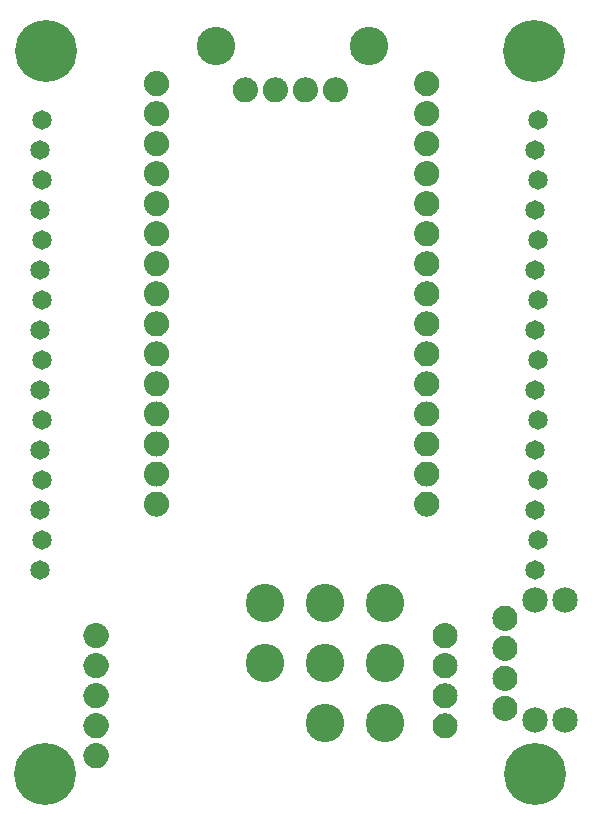
<source format=gbs>
G04 MADE WITH FRITZING*
G04 WWW.FRITZING.ORG*
G04 DOUBLE SIDED*
G04 HOLES PLATED*
G04 CONTOUR ON CENTER OF CONTOUR VECTOR*
%ASAXBY*%
%FSLAX23Y23*%
%MOIN*%
%OFA0B0*%
%SFA1.0B1.0*%
%ADD10C,0.085000*%
%ADD11C,0.065000*%
%ADD12C,0.128110*%
%ADD13C,0.206850*%
%ADD14R,0.001000X0.001000*%
%LNMASK0*%
G90*
G70*
G54D10*
X1899Y356D03*
X1899Y756D03*
X1799Y356D03*
X1799Y756D03*
G54D11*
X148Y856D03*
X156Y956D03*
X148Y1056D03*
X156Y1156D03*
X148Y1256D03*
X156Y1356D03*
X148Y1456D03*
X156Y1556D03*
X148Y1656D03*
X156Y1756D03*
X148Y1856D03*
X156Y1956D03*
X148Y2056D03*
X156Y2156D03*
X148Y2256D03*
X156Y2356D03*
X1799Y856D03*
X1807Y956D03*
X1799Y1056D03*
X1807Y1156D03*
X1799Y1256D03*
X1807Y1356D03*
X1799Y1456D03*
X1807Y1556D03*
X1799Y1656D03*
X1807Y1756D03*
X1799Y1856D03*
X1807Y1956D03*
X1799Y2056D03*
X1807Y2156D03*
X1799Y2256D03*
X1807Y2356D03*
G54D12*
X1099Y345D03*
X899Y545D03*
X899Y745D03*
X1099Y545D03*
X1099Y745D03*
X1299Y345D03*
X1299Y545D03*
X1299Y745D03*
X1245Y2604D03*
X735Y2604D03*
G54D13*
X1797Y175D03*
X165Y175D03*
X1795Y2587D03*
X1795Y2587D03*
X167Y2586D03*
X167Y2586D03*
G54D14*
X532Y2519D02*
X541Y2519D01*
X1433Y2519D02*
X1442Y2519D01*
X526Y2518D02*
X546Y2518D01*
X1427Y2518D02*
X1447Y2518D01*
X523Y2517D02*
X549Y2517D01*
X1424Y2517D02*
X1450Y2517D01*
X520Y2516D02*
X552Y2516D01*
X1421Y2516D02*
X1453Y2516D01*
X518Y2515D02*
X554Y2515D01*
X1419Y2515D02*
X1455Y2515D01*
X516Y2514D02*
X556Y2514D01*
X1417Y2514D02*
X1457Y2514D01*
X515Y2513D02*
X558Y2513D01*
X1416Y2513D02*
X1459Y2513D01*
X513Y2512D02*
X559Y2512D01*
X1414Y2512D02*
X1460Y2512D01*
X512Y2511D02*
X561Y2511D01*
X1413Y2511D02*
X1462Y2511D01*
X510Y2510D02*
X562Y2510D01*
X1411Y2510D02*
X1463Y2510D01*
X509Y2509D02*
X563Y2509D01*
X1410Y2509D02*
X1464Y2509D01*
X508Y2508D02*
X564Y2508D01*
X1409Y2508D02*
X1465Y2508D01*
X507Y2507D02*
X565Y2507D01*
X1408Y2507D02*
X1466Y2507D01*
X506Y2506D02*
X566Y2506D01*
X1407Y2506D02*
X1467Y2506D01*
X505Y2505D02*
X567Y2505D01*
X1406Y2505D02*
X1468Y2505D01*
X504Y2504D02*
X568Y2504D01*
X1405Y2504D02*
X1469Y2504D01*
X504Y2503D02*
X569Y2503D01*
X1404Y2503D02*
X1470Y2503D01*
X503Y2502D02*
X570Y2502D01*
X1404Y2502D02*
X1471Y2502D01*
X502Y2501D02*
X570Y2501D01*
X1403Y2501D02*
X1471Y2501D01*
X501Y2500D02*
X571Y2500D01*
X1402Y2500D02*
X1472Y2500D01*
X501Y2499D02*
X572Y2499D01*
X1402Y2499D02*
X1473Y2499D01*
X500Y2498D02*
X572Y2498D01*
X828Y2498D02*
X837Y2498D01*
X928Y2498D02*
X937Y2498D01*
X1028Y2498D02*
X1037Y2498D01*
X1128Y2498D02*
X1137Y2498D01*
X1401Y2498D02*
X1473Y2498D01*
X500Y2497D02*
X573Y2497D01*
X822Y2497D02*
X842Y2497D01*
X923Y2497D02*
X942Y2497D01*
X1023Y2497D02*
X1042Y2497D01*
X1123Y2497D02*
X1142Y2497D01*
X1401Y2497D02*
X1474Y2497D01*
X499Y2496D02*
X573Y2496D01*
X819Y2496D02*
X846Y2496D01*
X919Y2496D02*
X946Y2496D01*
X1019Y2496D02*
X1046Y2496D01*
X1119Y2496D02*
X1146Y2496D01*
X1400Y2496D02*
X1474Y2496D01*
X499Y2495D02*
X574Y2495D01*
X816Y2495D02*
X848Y2495D01*
X916Y2495D02*
X948Y2495D01*
X1016Y2495D02*
X1049Y2495D01*
X1117Y2495D02*
X1149Y2495D01*
X1400Y2495D02*
X1475Y2495D01*
X498Y2494D02*
X574Y2494D01*
X814Y2494D02*
X850Y2494D01*
X914Y2494D02*
X950Y2494D01*
X1014Y2494D02*
X1051Y2494D01*
X1115Y2494D02*
X1151Y2494D01*
X1399Y2494D02*
X1475Y2494D01*
X498Y2493D02*
X575Y2493D01*
X812Y2493D02*
X852Y2493D01*
X912Y2493D02*
X952Y2493D01*
X1013Y2493D02*
X1052Y2493D01*
X1113Y2493D02*
X1153Y2493D01*
X1399Y2493D02*
X1476Y2493D01*
X497Y2492D02*
X575Y2492D01*
X811Y2492D02*
X854Y2492D01*
X911Y2492D02*
X954Y2492D01*
X1011Y2492D02*
X1054Y2492D01*
X1111Y2492D02*
X1154Y2492D01*
X1398Y2492D02*
X1476Y2492D01*
X497Y2491D02*
X575Y2491D01*
X809Y2491D02*
X855Y2491D01*
X909Y2491D02*
X956Y2491D01*
X1009Y2491D02*
X1056Y2491D01*
X1109Y2491D02*
X1156Y2491D01*
X1398Y2491D02*
X1476Y2491D01*
X497Y2490D02*
X576Y2490D01*
X808Y2490D02*
X857Y2490D01*
X908Y2490D02*
X957Y2490D01*
X1008Y2490D02*
X1057Y2490D01*
X1108Y2490D02*
X1157Y2490D01*
X1398Y2490D02*
X1477Y2490D01*
X496Y2489D02*
X576Y2489D01*
X806Y2489D02*
X858Y2489D01*
X906Y2489D02*
X958Y2489D01*
X1007Y2489D02*
X1058Y2489D01*
X1107Y2489D02*
X1159Y2489D01*
X1397Y2489D02*
X1477Y2489D01*
X496Y2488D02*
X576Y2488D01*
X805Y2488D02*
X859Y2488D01*
X905Y2488D02*
X959Y2488D01*
X1005Y2488D02*
X1060Y2488D01*
X1106Y2488D02*
X1160Y2488D01*
X1397Y2488D02*
X1477Y2488D01*
X496Y2487D02*
X577Y2487D01*
X804Y2487D02*
X860Y2487D01*
X904Y2487D02*
X961Y2487D01*
X1004Y2487D02*
X1061Y2487D01*
X1104Y2487D02*
X1161Y2487D01*
X1397Y2487D02*
X1477Y2487D01*
X496Y2486D02*
X577Y2486D01*
X803Y2486D02*
X862Y2486D01*
X903Y2486D02*
X962Y2486D01*
X1003Y2486D02*
X1062Y2486D01*
X1103Y2486D02*
X1162Y2486D01*
X1397Y2486D02*
X1478Y2486D01*
X495Y2485D02*
X577Y2485D01*
X802Y2485D02*
X862Y2485D01*
X902Y2485D02*
X963Y2485D01*
X1002Y2485D02*
X1063Y2485D01*
X1102Y2485D02*
X1163Y2485D01*
X1396Y2485D02*
X1478Y2485D01*
X495Y2484D02*
X577Y2484D01*
X801Y2484D02*
X863Y2484D01*
X901Y2484D02*
X963Y2484D01*
X1001Y2484D02*
X1064Y2484D01*
X1102Y2484D02*
X1164Y2484D01*
X1396Y2484D02*
X1478Y2484D01*
X495Y2483D02*
X577Y2483D01*
X800Y2483D02*
X864Y2483D01*
X900Y2483D02*
X964Y2483D01*
X1001Y2483D02*
X1064Y2483D01*
X1101Y2483D02*
X1165Y2483D01*
X1396Y2483D02*
X1478Y2483D01*
X495Y2482D02*
X577Y2482D01*
X800Y2482D02*
X865Y2482D01*
X900Y2482D02*
X965Y2482D01*
X1000Y2482D02*
X1065Y2482D01*
X1100Y2482D02*
X1165Y2482D01*
X1396Y2482D02*
X1478Y2482D01*
X495Y2481D02*
X578Y2481D01*
X799Y2481D02*
X866Y2481D01*
X899Y2481D02*
X966Y2481D01*
X999Y2481D02*
X1066Y2481D01*
X1099Y2481D02*
X1166Y2481D01*
X1396Y2481D02*
X1478Y2481D01*
X495Y2480D02*
X578Y2480D01*
X798Y2480D02*
X866Y2480D01*
X898Y2480D02*
X967Y2480D01*
X998Y2480D02*
X1067Y2480D01*
X1098Y2480D02*
X1167Y2480D01*
X1396Y2480D02*
X1479Y2480D01*
X495Y2479D02*
X578Y2479D01*
X797Y2479D02*
X867Y2479D01*
X898Y2479D02*
X967Y2479D01*
X998Y2479D02*
X1067Y2479D01*
X1098Y2479D02*
X1167Y2479D01*
X1396Y2479D02*
X1479Y2479D01*
X495Y2478D02*
X578Y2478D01*
X797Y2478D02*
X868Y2478D01*
X897Y2478D02*
X968Y2478D01*
X997Y2478D02*
X1068Y2478D01*
X1097Y2478D02*
X1168Y2478D01*
X1396Y2478D02*
X1479Y2478D01*
X495Y2477D02*
X578Y2477D01*
X796Y2477D02*
X868Y2477D01*
X896Y2477D02*
X968Y2477D01*
X996Y2477D02*
X1069Y2477D01*
X1097Y2477D02*
X1169Y2477D01*
X1396Y2477D02*
X1479Y2477D01*
X495Y2476D02*
X578Y2476D01*
X796Y2476D02*
X869Y2476D01*
X896Y2476D02*
X969Y2476D01*
X996Y2476D02*
X1069Y2476D01*
X1096Y2476D02*
X1169Y2476D01*
X1396Y2476D02*
X1479Y2476D01*
X495Y2475D02*
X578Y2475D01*
X795Y2475D02*
X869Y2475D01*
X895Y2475D02*
X970Y2475D01*
X995Y2475D02*
X1070Y2475D01*
X1096Y2475D02*
X1170Y2475D01*
X1396Y2475D02*
X1479Y2475D01*
X495Y2474D02*
X578Y2474D01*
X795Y2474D02*
X870Y2474D01*
X895Y2474D02*
X970Y2474D01*
X995Y2474D02*
X1070Y2474D01*
X1095Y2474D02*
X1170Y2474D01*
X1396Y2474D02*
X1478Y2474D01*
X495Y2473D02*
X577Y2473D01*
X794Y2473D02*
X870Y2473D01*
X894Y2473D02*
X970Y2473D01*
X994Y2473D02*
X1071Y2473D01*
X1095Y2473D02*
X1171Y2473D01*
X1396Y2473D02*
X1478Y2473D01*
X495Y2472D02*
X577Y2472D01*
X794Y2472D02*
X871Y2472D01*
X894Y2472D02*
X971Y2472D01*
X994Y2472D02*
X1071Y2472D01*
X1094Y2472D02*
X1171Y2472D01*
X1396Y2472D02*
X1478Y2472D01*
X495Y2471D02*
X577Y2471D01*
X793Y2471D02*
X871Y2471D01*
X894Y2471D02*
X971Y2471D01*
X994Y2471D02*
X1071Y2471D01*
X1094Y2471D02*
X1171Y2471D01*
X1396Y2471D02*
X1478Y2471D01*
X495Y2470D02*
X577Y2470D01*
X793Y2470D02*
X871Y2470D01*
X893Y2470D02*
X972Y2470D01*
X993Y2470D02*
X1072Y2470D01*
X1093Y2470D02*
X1172Y2470D01*
X1396Y2470D02*
X1478Y2470D01*
X496Y2469D02*
X577Y2469D01*
X793Y2469D02*
X872Y2469D01*
X893Y2469D02*
X972Y2469D01*
X993Y2469D02*
X1072Y2469D01*
X1093Y2469D02*
X1172Y2469D01*
X1396Y2469D02*
X1478Y2469D01*
X496Y2468D02*
X577Y2468D01*
X792Y2468D02*
X872Y2468D01*
X893Y2468D02*
X972Y2468D01*
X993Y2468D02*
X1072Y2468D01*
X1093Y2468D02*
X1172Y2468D01*
X1397Y2468D02*
X1478Y2468D01*
X496Y2467D02*
X576Y2467D01*
X792Y2467D02*
X872Y2467D01*
X892Y2467D02*
X972Y2467D01*
X992Y2467D02*
X1073Y2467D01*
X1093Y2467D02*
X1173Y2467D01*
X1397Y2467D02*
X1477Y2467D01*
X496Y2466D02*
X576Y2466D01*
X792Y2466D02*
X873Y2466D01*
X892Y2466D02*
X973Y2466D01*
X992Y2466D02*
X1073Y2466D01*
X1092Y2466D02*
X1173Y2466D01*
X1397Y2466D02*
X1477Y2466D01*
X497Y2465D02*
X576Y2465D01*
X792Y2465D02*
X873Y2465D01*
X892Y2465D02*
X973Y2465D01*
X992Y2465D02*
X1073Y2465D01*
X1092Y2465D02*
X1173Y2465D01*
X1397Y2465D02*
X1477Y2465D01*
X497Y2464D02*
X576Y2464D01*
X792Y2464D02*
X873Y2464D01*
X892Y2464D02*
X973Y2464D01*
X992Y2464D02*
X1073Y2464D01*
X1092Y2464D02*
X1173Y2464D01*
X1398Y2464D02*
X1476Y2464D01*
X497Y2463D02*
X575Y2463D01*
X791Y2463D02*
X873Y2463D01*
X891Y2463D02*
X973Y2463D01*
X992Y2463D02*
X1073Y2463D01*
X1092Y2463D02*
X1174Y2463D01*
X1398Y2463D02*
X1476Y2463D01*
X498Y2462D02*
X575Y2462D01*
X791Y2462D02*
X873Y2462D01*
X891Y2462D02*
X973Y2462D01*
X991Y2462D02*
X1074Y2462D01*
X1092Y2462D02*
X1174Y2462D01*
X1399Y2462D02*
X1476Y2462D01*
X498Y2461D02*
X574Y2461D01*
X791Y2461D02*
X873Y2461D01*
X891Y2461D02*
X974Y2461D01*
X991Y2461D02*
X1074Y2461D01*
X1091Y2461D02*
X1174Y2461D01*
X1399Y2461D02*
X1475Y2461D01*
X498Y2460D02*
X574Y2460D01*
X791Y2460D02*
X874Y2460D01*
X891Y2460D02*
X974Y2460D01*
X991Y2460D02*
X1074Y2460D01*
X1091Y2460D02*
X1174Y2460D01*
X1399Y2460D02*
X1475Y2460D01*
X499Y2459D02*
X573Y2459D01*
X791Y2459D02*
X874Y2459D01*
X891Y2459D02*
X974Y2459D01*
X991Y2459D02*
X1074Y2459D01*
X1091Y2459D02*
X1174Y2459D01*
X1400Y2459D02*
X1474Y2459D01*
X499Y2458D02*
X573Y2458D01*
X791Y2458D02*
X874Y2458D01*
X891Y2458D02*
X974Y2458D01*
X991Y2458D02*
X1074Y2458D01*
X1091Y2458D02*
X1174Y2458D01*
X1400Y2458D02*
X1474Y2458D01*
X500Y2457D02*
X572Y2457D01*
X791Y2457D02*
X874Y2457D01*
X891Y2457D02*
X974Y2457D01*
X991Y2457D02*
X1074Y2457D01*
X1091Y2457D02*
X1174Y2457D01*
X1401Y2457D02*
X1473Y2457D01*
X501Y2456D02*
X572Y2456D01*
X791Y2456D02*
X874Y2456D01*
X891Y2456D02*
X974Y2456D01*
X991Y2456D02*
X1074Y2456D01*
X1091Y2456D02*
X1174Y2456D01*
X1402Y2456D02*
X1473Y2456D01*
X501Y2455D02*
X571Y2455D01*
X791Y2455D02*
X874Y2455D01*
X891Y2455D02*
X974Y2455D01*
X991Y2455D02*
X1074Y2455D01*
X1091Y2455D02*
X1174Y2455D01*
X1402Y2455D02*
X1472Y2455D01*
X502Y2454D02*
X571Y2454D01*
X791Y2454D02*
X874Y2454D01*
X891Y2454D02*
X974Y2454D01*
X991Y2454D02*
X1074Y2454D01*
X1091Y2454D02*
X1174Y2454D01*
X1403Y2454D02*
X1472Y2454D01*
X503Y2453D02*
X570Y2453D01*
X791Y2453D02*
X874Y2453D01*
X891Y2453D02*
X974Y2453D01*
X991Y2453D02*
X1074Y2453D01*
X1091Y2453D02*
X1174Y2453D01*
X1403Y2453D02*
X1471Y2453D01*
X503Y2452D02*
X569Y2452D01*
X791Y2452D02*
X874Y2452D01*
X891Y2452D02*
X974Y2452D01*
X991Y2452D02*
X1074Y2452D01*
X1091Y2452D02*
X1174Y2452D01*
X1404Y2452D02*
X1470Y2452D01*
X504Y2451D02*
X568Y2451D01*
X791Y2451D02*
X873Y2451D01*
X891Y2451D02*
X973Y2451D01*
X991Y2451D02*
X1074Y2451D01*
X1092Y2451D02*
X1174Y2451D01*
X1405Y2451D02*
X1469Y2451D01*
X505Y2450D02*
X568Y2450D01*
X791Y2450D02*
X873Y2450D01*
X891Y2450D02*
X973Y2450D01*
X992Y2450D02*
X1073Y2450D01*
X1092Y2450D02*
X1174Y2450D01*
X1406Y2450D02*
X1469Y2450D01*
X506Y2449D02*
X567Y2449D01*
X791Y2449D02*
X873Y2449D01*
X892Y2449D02*
X973Y2449D01*
X992Y2449D02*
X1073Y2449D01*
X1092Y2449D02*
X1173Y2449D01*
X1407Y2449D02*
X1468Y2449D01*
X507Y2448D02*
X566Y2448D01*
X792Y2448D02*
X873Y2448D01*
X892Y2448D02*
X973Y2448D01*
X992Y2448D02*
X1073Y2448D01*
X1092Y2448D02*
X1173Y2448D01*
X1408Y2448D02*
X1467Y2448D01*
X508Y2447D02*
X565Y2447D01*
X792Y2447D02*
X873Y2447D01*
X892Y2447D02*
X973Y2447D01*
X992Y2447D02*
X1073Y2447D01*
X1092Y2447D02*
X1173Y2447D01*
X1409Y2447D02*
X1466Y2447D01*
X509Y2446D02*
X564Y2446D01*
X792Y2446D02*
X872Y2446D01*
X892Y2446D02*
X973Y2446D01*
X992Y2446D02*
X1073Y2446D01*
X1092Y2446D02*
X1173Y2446D01*
X1410Y2446D02*
X1465Y2446D01*
X510Y2445D02*
X563Y2445D01*
X792Y2445D02*
X872Y2445D01*
X893Y2445D02*
X972Y2445D01*
X993Y2445D02*
X1072Y2445D01*
X1093Y2445D02*
X1173Y2445D01*
X1411Y2445D02*
X1463Y2445D01*
X511Y2444D02*
X561Y2444D01*
X793Y2444D02*
X872Y2444D01*
X893Y2444D02*
X972Y2444D01*
X993Y2444D02*
X1072Y2444D01*
X1093Y2444D02*
X1172Y2444D01*
X1412Y2444D02*
X1462Y2444D01*
X513Y2443D02*
X560Y2443D01*
X793Y2443D02*
X872Y2443D01*
X893Y2443D02*
X972Y2443D01*
X993Y2443D02*
X1072Y2443D01*
X1093Y2443D02*
X1172Y2443D01*
X1414Y2443D02*
X1461Y2443D01*
X514Y2442D02*
X558Y2442D01*
X793Y2442D02*
X871Y2442D01*
X893Y2442D02*
X971Y2442D01*
X994Y2442D02*
X1071Y2442D01*
X1094Y2442D02*
X1172Y2442D01*
X1415Y2442D02*
X1459Y2442D01*
X516Y2441D02*
X557Y2441D01*
X794Y2441D02*
X871Y2441D01*
X894Y2441D02*
X971Y2441D01*
X994Y2441D02*
X1071Y2441D01*
X1094Y2441D02*
X1171Y2441D01*
X1417Y2441D02*
X1458Y2441D01*
X517Y2440D02*
X555Y2440D01*
X794Y2440D02*
X870Y2440D01*
X894Y2440D02*
X971Y2440D01*
X994Y2440D02*
X1071Y2440D01*
X1094Y2440D02*
X1171Y2440D01*
X1418Y2440D02*
X1456Y2440D01*
X520Y2439D02*
X553Y2439D01*
X795Y2439D02*
X870Y2439D01*
X895Y2439D02*
X970Y2439D01*
X995Y2439D02*
X1070Y2439D01*
X1095Y2439D02*
X1170Y2439D01*
X1420Y2439D02*
X1454Y2439D01*
X522Y2438D02*
X550Y2438D01*
X795Y2438D02*
X870Y2438D01*
X895Y2438D02*
X970Y2438D01*
X995Y2438D02*
X1070Y2438D01*
X1095Y2438D02*
X1170Y2438D01*
X1423Y2438D02*
X1451Y2438D01*
X525Y2437D02*
X547Y2437D01*
X796Y2437D02*
X869Y2437D01*
X896Y2437D02*
X969Y2437D01*
X996Y2437D02*
X1069Y2437D01*
X1096Y2437D02*
X1169Y2437D01*
X1426Y2437D02*
X1448Y2437D01*
X530Y2436D02*
X543Y2436D01*
X796Y2436D02*
X868Y2436D01*
X896Y2436D02*
X969Y2436D01*
X996Y2436D02*
X1069Y2436D01*
X1096Y2436D02*
X1169Y2436D01*
X1431Y2436D02*
X1444Y2436D01*
X797Y2435D02*
X868Y2435D01*
X897Y2435D02*
X968Y2435D01*
X997Y2435D02*
X1068Y2435D01*
X1097Y2435D02*
X1168Y2435D01*
X797Y2434D02*
X867Y2434D01*
X897Y2434D02*
X967Y2434D01*
X998Y2434D02*
X1068Y2434D01*
X1098Y2434D02*
X1168Y2434D01*
X798Y2433D02*
X867Y2433D01*
X898Y2433D02*
X967Y2433D01*
X998Y2433D02*
X1067Y2433D01*
X1098Y2433D02*
X1167Y2433D01*
X799Y2432D02*
X866Y2432D01*
X899Y2432D02*
X966Y2432D01*
X999Y2432D02*
X1066Y2432D01*
X1099Y2432D02*
X1166Y2432D01*
X799Y2431D02*
X865Y2431D01*
X899Y2431D02*
X965Y2431D01*
X1000Y2431D02*
X1065Y2431D01*
X1100Y2431D02*
X1166Y2431D01*
X800Y2430D02*
X864Y2430D01*
X900Y2430D02*
X965Y2430D01*
X1000Y2430D02*
X1065Y2430D01*
X1100Y2430D02*
X1165Y2430D01*
X801Y2429D02*
X864Y2429D01*
X901Y2429D02*
X964Y2429D01*
X1001Y2429D02*
X1064Y2429D01*
X1101Y2429D02*
X1164Y2429D01*
X802Y2428D02*
X863Y2428D01*
X902Y2428D02*
X963Y2428D01*
X1002Y2428D02*
X1063Y2428D01*
X1102Y2428D02*
X1163Y2428D01*
X803Y2427D02*
X862Y2427D01*
X903Y2427D02*
X962Y2427D01*
X1003Y2427D02*
X1062Y2427D01*
X1103Y2427D02*
X1162Y2427D01*
X804Y2426D02*
X861Y2426D01*
X904Y2426D02*
X961Y2426D01*
X1004Y2426D02*
X1061Y2426D01*
X1104Y2426D02*
X1161Y2426D01*
X805Y2425D02*
X860Y2425D01*
X905Y2425D02*
X960Y2425D01*
X1005Y2425D02*
X1060Y2425D01*
X1105Y2425D02*
X1160Y2425D01*
X806Y2424D02*
X859Y2424D01*
X906Y2424D02*
X959Y2424D01*
X1006Y2424D02*
X1059Y2424D01*
X1106Y2424D02*
X1159Y2424D01*
X807Y2423D02*
X857Y2423D01*
X907Y2423D02*
X957Y2423D01*
X1008Y2423D02*
X1057Y2423D01*
X1108Y2423D02*
X1158Y2423D01*
X809Y2422D02*
X856Y2422D01*
X909Y2422D02*
X956Y2422D01*
X1009Y2422D02*
X1056Y2422D01*
X1109Y2422D02*
X1156Y2422D01*
X810Y2421D02*
X854Y2421D01*
X910Y2421D02*
X954Y2421D01*
X1010Y2421D02*
X1055Y2421D01*
X1111Y2421D02*
X1155Y2421D01*
X812Y2420D02*
X853Y2420D01*
X912Y2420D02*
X953Y2420D01*
X1012Y2420D02*
X1053Y2420D01*
X1112Y2420D02*
X1153Y2420D01*
X533Y2419D02*
X540Y2419D01*
X814Y2419D02*
X851Y2419D01*
X914Y2419D02*
X951Y2419D01*
X1014Y2419D02*
X1051Y2419D01*
X1114Y2419D02*
X1151Y2419D01*
X1433Y2419D02*
X1441Y2419D01*
X527Y2418D02*
X545Y2418D01*
X816Y2418D02*
X849Y2418D01*
X916Y2418D02*
X949Y2418D01*
X1016Y2418D02*
X1049Y2418D01*
X1116Y2418D02*
X1149Y2418D01*
X1428Y2418D02*
X1446Y2418D01*
X523Y2417D02*
X549Y2417D01*
X818Y2417D02*
X846Y2417D01*
X918Y2417D02*
X947Y2417D01*
X1018Y2417D02*
X1047Y2417D01*
X1119Y2417D02*
X1147Y2417D01*
X1424Y2417D02*
X1450Y2417D01*
X520Y2416D02*
X552Y2416D01*
X821Y2416D02*
X843Y2416D01*
X921Y2416D02*
X943Y2416D01*
X1022Y2416D02*
X1043Y2416D01*
X1122Y2416D02*
X1144Y2416D01*
X1421Y2416D02*
X1453Y2416D01*
X518Y2415D02*
X554Y2415D01*
X826Y2415D02*
X839Y2415D01*
X926Y2415D02*
X939Y2415D01*
X1026Y2415D02*
X1039Y2415D01*
X1126Y2415D02*
X1139Y2415D01*
X1419Y2415D02*
X1455Y2415D01*
X516Y2414D02*
X556Y2414D01*
X1417Y2414D02*
X1457Y2414D01*
X515Y2413D02*
X558Y2413D01*
X1416Y2413D02*
X1459Y2413D01*
X513Y2412D02*
X559Y2412D01*
X1414Y2412D02*
X1460Y2412D01*
X512Y2411D02*
X561Y2411D01*
X1413Y2411D02*
X1461Y2411D01*
X511Y2410D02*
X562Y2410D01*
X1411Y2410D02*
X1463Y2410D01*
X509Y2409D02*
X563Y2409D01*
X1410Y2409D02*
X1464Y2409D01*
X508Y2408D02*
X564Y2408D01*
X1409Y2408D02*
X1465Y2408D01*
X507Y2407D02*
X565Y2407D01*
X1408Y2407D02*
X1466Y2407D01*
X506Y2406D02*
X566Y2406D01*
X1407Y2406D02*
X1467Y2406D01*
X505Y2405D02*
X567Y2405D01*
X1406Y2405D02*
X1468Y2405D01*
X504Y2404D02*
X568Y2404D01*
X1405Y2404D02*
X1469Y2404D01*
X504Y2403D02*
X569Y2403D01*
X1405Y2403D02*
X1470Y2403D01*
X503Y2402D02*
X570Y2402D01*
X1404Y2402D02*
X1470Y2402D01*
X502Y2401D02*
X570Y2401D01*
X1403Y2401D02*
X1471Y2401D01*
X501Y2400D02*
X571Y2400D01*
X1402Y2400D02*
X1472Y2400D01*
X501Y2399D02*
X572Y2399D01*
X1402Y2399D02*
X1472Y2399D01*
X500Y2398D02*
X572Y2398D01*
X1401Y2398D02*
X1473Y2398D01*
X500Y2397D02*
X573Y2397D01*
X1401Y2397D02*
X1474Y2397D01*
X499Y2396D02*
X573Y2396D01*
X1400Y2396D02*
X1474Y2396D01*
X499Y2395D02*
X574Y2395D01*
X1400Y2395D02*
X1475Y2395D01*
X498Y2394D02*
X574Y2394D01*
X1399Y2394D02*
X1475Y2394D01*
X498Y2393D02*
X575Y2393D01*
X1399Y2393D02*
X1476Y2393D01*
X497Y2392D02*
X575Y2392D01*
X1398Y2392D02*
X1476Y2392D01*
X497Y2391D02*
X575Y2391D01*
X1398Y2391D02*
X1476Y2391D01*
X497Y2390D02*
X576Y2390D01*
X1398Y2390D02*
X1477Y2390D01*
X496Y2389D02*
X576Y2389D01*
X1397Y2389D02*
X1477Y2389D01*
X496Y2388D02*
X576Y2388D01*
X1397Y2388D02*
X1477Y2388D01*
X496Y2387D02*
X576Y2387D01*
X1397Y2387D02*
X1477Y2387D01*
X496Y2386D02*
X577Y2386D01*
X1397Y2386D02*
X1478Y2386D01*
X495Y2385D02*
X577Y2385D01*
X1396Y2385D02*
X1478Y2385D01*
X495Y2384D02*
X577Y2384D01*
X1396Y2384D02*
X1478Y2384D01*
X495Y2383D02*
X577Y2383D01*
X1396Y2383D02*
X1478Y2383D01*
X495Y2382D02*
X577Y2382D01*
X1396Y2382D02*
X1478Y2382D01*
X495Y2381D02*
X578Y2381D01*
X1396Y2381D02*
X1478Y2381D01*
X495Y2380D02*
X578Y2380D01*
X1396Y2380D02*
X1479Y2380D01*
X495Y2379D02*
X578Y2379D01*
X1396Y2379D02*
X1479Y2379D01*
X495Y2378D02*
X578Y2378D01*
X1396Y2378D02*
X1479Y2378D01*
X495Y2377D02*
X578Y2377D01*
X1396Y2377D02*
X1479Y2377D01*
X495Y2376D02*
X578Y2376D01*
X1396Y2376D02*
X1479Y2376D01*
X495Y2375D02*
X578Y2375D01*
X1396Y2375D02*
X1479Y2375D01*
X495Y2374D02*
X578Y2374D01*
X1396Y2374D02*
X1478Y2374D01*
X495Y2373D02*
X577Y2373D01*
X1396Y2373D02*
X1478Y2373D01*
X495Y2372D02*
X577Y2372D01*
X1396Y2372D02*
X1478Y2372D01*
X495Y2371D02*
X577Y2371D01*
X1396Y2371D02*
X1478Y2371D01*
X495Y2370D02*
X577Y2370D01*
X1396Y2370D02*
X1478Y2370D01*
X496Y2369D02*
X577Y2369D01*
X1396Y2369D02*
X1478Y2369D01*
X496Y2368D02*
X577Y2368D01*
X1397Y2368D02*
X1478Y2368D01*
X496Y2367D02*
X576Y2367D01*
X1397Y2367D02*
X1477Y2367D01*
X496Y2366D02*
X576Y2366D01*
X1397Y2366D02*
X1477Y2366D01*
X497Y2365D02*
X576Y2365D01*
X1397Y2365D02*
X1477Y2365D01*
X497Y2364D02*
X576Y2364D01*
X1398Y2364D02*
X1476Y2364D01*
X497Y2363D02*
X575Y2363D01*
X1398Y2363D02*
X1476Y2363D01*
X498Y2362D02*
X575Y2362D01*
X1398Y2362D02*
X1476Y2362D01*
X498Y2361D02*
X574Y2361D01*
X1399Y2361D02*
X1475Y2361D01*
X498Y2360D02*
X574Y2360D01*
X1399Y2360D02*
X1475Y2360D01*
X499Y2359D02*
X574Y2359D01*
X1400Y2359D02*
X1474Y2359D01*
X499Y2358D02*
X573Y2358D01*
X1400Y2358D02*
X1474Y2358D01*
X500Y2357D02*
X573Y2357D01*
X1401Y2357D02*
X1473Y2357D01*
X501Y2356D02*
X572Y2356D01*
X1401Y2356D02*
X1473Y2356D01*
X501Y2355D02*
X571Y2355D01*
X1402Y2355D02*
X1472Y2355D01*
X502Y2354D02*
X571Y2354D01*
X1403Y2354D02*
X1472Y2354D01*
X502Y2353D02*
X570Y2353D01*
X1403Y2353D02*
X1471Y2353D01*
X503Y2352D02*
X569Y2352D01*
X1404Y2352D02*
X1470Y2352D01*
X504Y2351D02*
X568Y2351D01*
X1405Y2351D02*
X1469Y2351D01*
X505Y2350D02*
X568Y2350D01*
X1406Y2350D02*
X1469Y2350D01*
X506Y2349D02*
X567Y2349D01*
X1407Y2349D02*
X1468Y2349D01*
X507Y2348D02*
X566Y2348D01*
X1407Y2348D02*
X1467Y2348D01*
X508Y2347D02*
X565Y2347D01*
X1408Y2347D02*
X1466Y2347D01*
X509Y2346D02*
X564Y2346D01*
X1410Y2346D02*
X1465Y2346D01*
X510Y2345D02*
X563Y2345D01*
X1411Y2345D02*
X1464Y2345D01*
X511Y2344D02*
X561Y2344D01*
X1412Y2344D02*
X1462Y2344D01*
X512Y2343D02*
X560Y2343D01*
X1413Y2343D02*
X1461Y2343D01*
X514Y2342D02*
X558Y2342D01*
X1415Y2342D02*
X1459Y2342D01*
X516Y2341D02*
X557Y2341D01*
X1416Y2341D02*
X1458Y2341D01*
X517Y2340D02*
X555Y2340D01*
X1418Y2340D02*
X1456Y2340D01*
X519Y2339D02*
X553Y2339D01*
X1420Y2339D02*
X1454Y2339D01*
X522Y2338D02*
X551Y2338D01*
X1423Y2338D02*
X1452Y2338D01*
X525Y2337D02*
X548Y2337D01*
X1426Y2337D02*
X1449Y2337D01*
X529Y2336D02*
X543Y2336D01*
X1430Y2336D02*
X1444Y2336D01*
X534Y2319D02*
X538Y2319D01*
X1435Y2319D02*
X1439Y2319D01*
X527Y2318D02*
X545Y2318D01*
X1428Y2318D02*
X1446Y2318D01*
X524Y2317D02*
X549Y2317D01*
X1425Y2317D02*
X1450Y2317D01*
X521Y2316D02*
X552Y2316D01*
X1422Y2316D02*
X1453Y2316D01*
X519Y2315D02*
X554Y2315D01*
X1420Y2315D02*
X1455Y2315D01*
X517Y2314D02*
X556Y2314D01*
X1418Y2314D02*
X1457Y2314D01*
X515Y2313D02*
X557Y2313D01*
X1416Y2313D02*
X1458Y2313D01*
X513Y2312D02*
X559Y2312D01*
X1414Y2312D02*
X1460Y2312D01*
X512Y2311D02*
X560Y2311D01*
X1413Y2311D02*
X1461Y2311D01*
X511Y2310D02*
X562Y2310D01*
X1412Y2310D02*
X1463Y2310D01*
X509Y2309D02*
X563Y2309D01*
X1410Y2309D02*
X1464Y2309D01*
X508Y2308D02*
X564Y2308D01*
X1409Y2308D02*
X1465Y2308D01*
X507Y2307D02*
X565Y2307D01*
X1408Y2307D02*
X1466Y2307D01*
X506Y2306D02*
X566Y2306D01*
X1407Y2306D02*
X1467Y2306D01*
X505Y2305D02*
X567Y2305D01*
X1406Y2305D02*
X1468Y2305D01*
X504Y2304D02*
X568Y2304D01*
X1405Y2304D02*
X1469Y2304D01*
X504Y2303D02*
X569Y2303D01*
X1405Y2303D02*
X1470Y2303D01*
X503Y2302D02*
X569Y2302D01*
X1404Y2302D02*
X1470Y2302D01*
X502Y2301D02*
X570Y2301D01*
X1403Y2301D02*
X1471Y2301D01*
X502Y2300D02*
X571Y2300D01*
X1402Y2300D02*
X1472Y2300D01*
X501Y2299D02*
X571Y2299D01*
X1402Y2299D02*
X1472Y2299D01*
X500Y2298D02*
X572Y2298D01*
X1401Y2298D02*
X1473Y2298D01*
X500Y2297D02*
X573Y2297D01*
X1401Y2297D02*
X1474Y2297D01*
X499Y2296D02*
X573Y2296D01*
X1400Y2296D02*
X1474Y2296D01*
X499Y2295D02*
X574Y2295D01*
X1400Y2295D02*
X1475Y2295D01*
X498Y2294D02*
X574Y2294D01*
X1399Y2294D02*
X1475Y2294D01*
X498Y2293D02*
X575Y2293D01*
X1399Y2293D02*
X1476Y2293D01*
X497Y2292D02*
X575Y2292D01*
X1398Y2292D02*
X1476Y2292D01*
X497Y2291D02*
X575Y2291D01*
X1398Y2291D02*
X1476Y2291D01*
X497Y2290D02*
X576Y2290D01*
X1398Y2290D02*
X1477Y2290D01*
X496Y2289D02*
X576Y2289D01*
X1397Y2289D02*
X1477Y2289D01*
X496Y2288D02*
X576Y2288D01*
X1397Y2288D02*
X1477Y2288D01*
X496Y2287D02*
X576Y2287D01*
X1397Y2287D02*
X1477Y2287D01*
X496Y2286D02*
X577Y2286D01*
X1397Y2286D02*
X1478Y2286D01*
X496Y2285D02*
X577Y2285D01*
X1396Y2285D02*
X1478Y2285D01*
X495Y2284D02*
X577Y2284D01*
X1396Y2284D02*
X1478Y2284D01*
X495Y2283D02*
X577Y2283D01*
X1396Y2283D02*
X1478Y2283D01*
X495Y2282D02*
X577Y2282D01*
X1396Y2282D02*
X1478Y2282D01*
X495Y2281D02*
X578Y2281D01*
X1396Y2281D02*
X1478Y2281D01*
X495Y2280D02*
X578Y2280D01*
X1396Y2280D02*
X1478Y2280D01*
X495Y2279D02*
X578Y2279D01*
X1396Y2279D02*
X1479Y2279D01*
X495Y2278D02*
X578Y2278D01*
X1396Y2278D02*
X1479Y2278D01*
X495Y2277D02*
X578Y2277D01*
X1396Y2277D02*
X1479Y2277D01*
X495Y2276D02*
X578Y2276D01*
X1396Y2276D02*
X1479Y2276D01*
X495Y2275D02*
X578Y2275D01*
X1396Y2275D02*
X1479Y2275D01*
X495Y2274D02*
X578Y2274D01*
X1396Y2274D02*
X1478Y2274D01*
X495Y2273D02*
X577Y2273D01*
X1396Y2273D02*
X1478Y2273D01*
X495Y2272D02*
X577Y2272D01*
X1396Y2272D02*
X1478Y2272D01*
X495Y2271D02*
X577Y2271D01*
X1396Y2271D02*
X1478Y2271D01*
X495Y2270D02*
X577Y2270D01*
X1396Y2270D02*
X1478Y2270D01*
X496Y2269D02*
X577Y2269D01*
X1396Y2269D02*
X1478Y2269D01*
X496Y2268D02*
X577Y2268D01*
X1397Y2268D02*
X1478Y2268D01*
X496Y2267D02*
X576Y2267D01*
X1397Y2267D02*
X1477Y2267D01*
X496Y2266D02*
X576Y2266D01*
X1397Y2266D02*
X1477Y2266D01*
X497Y2265D02*
X576Y2265D01*
X1397Y2265D02*
X1477Y2265D01*
X497Y2264D02*
X576Y2264D01*
X1398Y2264D02*
X1477Y2264D01*
X497Y2263D02*
X575Y2263D01*
X1398Y2263D02*
X1476Y2263D01*
X498Y2262D02*
X575Y2262D01*
X1398Y2262D02*
X1476Y2262D01*
X498Y2261D02*
X575Y2261D01*
X1399Y2261D02*
X1475Y2261D01*
X498Y2260D02*
X574Y2260D01*
X1399Y2260D02*
X1475Y2260D01*
X499Y2259D02*
X574Y2259D01*
X1400Y2259D02*
X1475Y2259D01*
X499Y2258D02*
X573Y2258D01*
X1400Y2258D02*
X1474Y2258D01*
X500Y2257D02*
X573Y2257D01*
X1401Y2257D02*
X1473Y2257D01*
X500Y2256D02*
X572Y2256D01*
X1401Y2256D02*
X1473Y2256D01*
X501Y2255D02*
X571Y2255D01*
X1402Y2255D02*
X1472Y2255D01*
X502Y2254D02*
X571Y2254D01*
X1403Y2254D02*
X1472Y2254D01*
X502Y2253D02*
X570Y2253D01*
X1403Y2253D02*
X1471Y2253D01*
X503Y2252D02*
X569Y2252D01*
X1404Y2252D02*
X1470Y2252D01*
X504Y2251D02*
X569Y2251D01*
X1405Y2251D02*
X1469Y2251D01*
X505Y2250D02*
X568Y2250D01*
X1406Y2250D02*
X1469Y2250D01*
X506Y2249D02*
X567Y2249D01*
X1406Y2249D02*
X1468Y2249D01*
X506Y2248D02*
X566Y2248D01*
X1407Y2248D02*
X1467Y2248D01*
X507Y2247D02*
X565Y2247D01*
X1408Y2247D02*
X1466Y2247D01*
X509Y2246D02*
X564Y2246D01*
X1409Y2246D02*
X1465Y2246D01*
X510Y2245D02*
X563Y2245D01*
X1411Y2245D02*
X1464Y2245D01*
X511Y2244D02*
X561Y2244D01*
X1412Y2244D02*
X1462Y2244D01*
X512Y2243D02*
X560Y2243D01*
X1413Y2243D02*
X1461Y2243D01*
X514Y2242D02*
X559Y2242D01*
X1415Y2242D02*
X1460Y2242D01*
X515Y2241D02*
X557Y2241D01*
X1416Y2241D02*
X1458Y2241D01*
X517Y2240D02*
X555Y2240D01*
X1418Y2240D02*
X1456Y2240D01*
X519Y2239D02*
X553Y2239D01*
X1420Y2239D02*
X1454Y2239D01*
X521Y2238D02*
X551Y2238D01*
X1422Y2238D02*
X1452Y2238D01*
X524Y2237D02*
X548Y2237D01*
X1425Y2237D02*
X1449Y2237D01*
X528Y2236D02*
X544Y2236D01*
X1429Y2236D02*
X1445Y2236D01*
X536Y2219D02*
X536Y2219D01*
X1437Y2219D02*
X1437Y2219D01*
X528Y2218D02*
X545Y2218D01*
X1429Y2218D02*
X1446Y2218D01*
X524Y2217D02*
X549Y2217D01*
X1425Y2217D02*
X1449Y2217D01*
X521Y2216D02*
X551Y2216D01*
X1422Y2216D02*
X1452Y2216D01*
X519Y2215D02*
X554Y2215D01*
X1420Y2215D02*
X1454Y2215D01*
X517Y2214D02*
X556Y2214D01*
X1418Y2214D02*
X1456Y2214D01*
X515Y2213D02*
X557Y2213D01*
X1416Y2213D02*
X1458Y2213D01*
X514Y2212D02*
X559Y2212D01*
X1414Y2212D02*
X1460Y2212D01*
X512Y2211D02*
X560Y2211D01*
X1413Y2211D02*
X1461Y2211D01*
X511Y2210D02*
X562Y2210D01*
X1412Y2210D02*
X1463Y2210D01*
X510Y2209D02*
X563Y2209D01*
X1410Y2209D02*
X1464Y2209D01*
X508Y2208D02*
X564Y2208D01*
X1409Y2208D02*
X1465Y2208D01*
X507Y2207D02*
X565Y2207D01*
X1408Y2207D02*
X1466Y2207D01*
X506Y2206D02*
X566Y2206D01*
X1407Y2206D02*
X1467Y2206D01*
X505Y2205D02*
X567Y2205D01*
X1406Y2205D02*
X1468Y2205D01*
X505Y2204D02*
X568Y2204D01*
X1405Y2204D02*
X1469Y2204D01*
X504Y2203D02*
X569Y2203D01*
X1405Y2203D02*
X1470Y2203D01*
X503Y2202D02*
X569Y2202D01*
X1404Y2202D02*
X1470Y2202D01*
X502Y2201D02*
X570Y2201D01*
X1403Y2201D02*
X1471Y2201D01*
X502Y2200D02*
X571Y2200D01*
X1403Y2200D02*
X1472Y2200D01*
X501Y2199D02*
X571Y2199D01*
X1402Y2199D02*
X1472Y2199D01*
X500Y2198D02*
X572Y2198D01*
X1401Y2198D02*
X1473Y2198D01*
X500Y2197D02*
X573Y2197D01*
X1401Y2197D02*
X1474Y2197D01*
X499Y2196D02*
X573Y2196D01*
X1400Y2196D02*
X1474Y2196D01*
X499Y2195D02*
X574Y2195D01*
X1400Y2195D02*
X1475Y2195D01*
X498Y2194D02*
X574Y2194D01*
X1399Y2194D02*
X1475Y2194D01*
X498Y2193D02*
X575Y2193D01*
X1399Y2193D02*
X1475Y2193D01*
X497Y2192D02*
X575Y2192D01*
X1398Y2192D02*
X1476Y2192D01*
X497Y2191D02*
X575Y2191D01*
X1398Y2191D02*
X1476Y2191D01*
X497Y2190D02*
X576Y2190D01*
X1398Y2190D02*
X1477Y2190D01*
X496Y2189D02*
X576Y2189D01*
X1397Y2189D02*
X1477Y2189D01*
X496Y2188D02*
X576Y2188D01*
X1397Y2188D02*
X1477Y2188D01*
X496Y2187D02*
X576Y2187D01*
X1397Y2187D02*
X1477Y2187D01*
X496Y2186D02*
X577Y2186D01*
X1397Y2186D02*
X1478Y2186D01*
X496Y2185D02*
X577Y2185D01*
X1396Y2185D02*
X1478Y2185D01*
X495Y2184D02*
X577Y2184D01*
X1396Y2184D02*
X1478Y2184D01*
X495Y2183D02*
X577Y2183D01*
X1396Y2183D02*
X1478Y2183D01*
X495Y2182D02*
X577Y2182D01*
X1396Y2182D02*
X1478Y2182D01*
X495Y2181D02*
X578Y2181D01*
X1396Y2181D02*
X1478Y2181D01*
X495Y2180D02*
X578Y2180D01*
X1396Y2180D02*
X1478Y2180D01*
X495Y2179D02*
X578Y2179D01*
X1396Y2179D02*
X1479Y2179D01*
X495Y2178D02*
X578Y2178D01*
X1396Y2178D02*
X1479Y2178D01*
X495Y2177D02*
X578Y2177D01*
X1396Y2177D02*
X1479Y2177D01*
X495Y2176D02*
X578Y2176D01*
X1396Y2176D02*
X1479Y2176D01*
X495Y2175D02*
X578Y2175D01*
X1396Y2175D02*
X1479Y2175D01*
X495Y2174D02*
X578Y2174D01*
X1396Y2174D02*
X1478Y2174D01*
X495Y2173D02*
X578Y2173D01*
X1396Y2173D02*
X1478Y2173D01*
X495Y2172D02*
X577Y2172D01*
X1396Y2172D02*
X1478Y2172D01*
X495Y2171D02*
X577Y2171D01*
X1396Y2171D02*
X1478Y2171D01*
X495Y2170D02*
X577Y2170D01*
X1396Y2170D02*
X1478Y2170D01*
X496Y2169D02*
X577Y2169D01*
X1396Y2169D02*
X1478Y2169D01*
X496Y2168D02*
X577Y2168D01*
X1397Y2168D02*
X1478Y2168D01*
X496Y2167D02*
X576Y2167D01*
X1397Y2167D02*
X1477Y2167D01*
X496Y2166D02*
X576Y2166D01*
X1397Y2166D02*
X1477Y2166D01*
X496Y2165D02*
X576Y2165D01*
X1397Y2165D02*
X1477Y2165D01*
X497Y2164D02*
X576Y2164D01*
X1398Y2164D02*
X1477Y2164D01*
X497Y2163D02*
X575Y2163D01*
X1398Y2163D02*
X1476Y2163D01*
X497Y2162D02*
X575Y2162D01*
X1398Y2162D02*
X1476Y2162D01*
X498Y2161D02*
X575Y2161D01*
X1399Y2161D02*
X1475Y2161D01*
X498Y2160D02*
X574Y2160D01*
X1399Y2160D02*
X1475Y2160D01*
X499Y2159D02*
X574Y2159D01*
X1400Y2159D02*
X1475Y2159D01*
X499Y2158D02*
X573Y2158D01*
X1400Y2158D02*
X1474Y2158D01*
X500Y2157D02*
X573Y2157D01*
X1401Y2157D02*
X1474Y2157D01*
X500Y2156D02*
X572Y2156D01*
X1401Y2156D02*
X1473Y2156D01*
X501Y2155D02*
X571Y2155D01*
X1402Y2155D02*
X1472Y2155D01*
X502Y2154D02*
X571Y2154D01*
X1403Y2154D02*
X1472Y2154D01*
X502Y2153D02*
X570Y2153D01*
X1403Y2153D02*
X1471Y2153D01*
X503Y2152D02*
X569Y2152D01*
X1404Y2152D02*
X1470Y2152D01*
X504Y2151D02*
X569Y2151D01*
X1405Y2151D02*
X1470Y2151D01*
X505Y2150D02*
X568Y2150D01*
X1405Y2150D02*
X1469Y2150D01*
X505Y2149D02*
X567Y2149D01*
X1406Y2149D02*
X1468Y2149D01*
X506Y2148D02*
X566Y2148D01*
X1407Y2148D02*
X1467Y2148D01*
X507Y2147D02*
X565Y2147D01*
X1408Y2147D02*
X1466Y2147D01*
X508Y2146D02*
X564Y2146D01*
X1409Y2146D02*
X1465Y2146D01*
X510Y2145D02*
X563Y2145D01*
X1410Y2145D02*
X1464Y2145D01*
X511Y2144D02*
X562Y2144D01*
X1412Y2144D02*
X1463Y2144D01*
X512Y2143D02*
X560Y2143D01*
X1413Y2143D02*
X1461Y2143D01*
X514Y2142D02*
X559Y2142D01*
X1414Y2142D02*
X1460Y2142D01*
X515Y2141D02*
X557Y2141D01*
X1416Y2141D02*
X1458Y2141D01*
X517Y2140D02*
X556Y2140D01*
X1418Y2140D02*
X1457Y2140D01*
X519Y2139D02*
X554Y2139D01*
X1420Y2139D02*
X1454Y2139D01*
X521Y2138D02*
X551Y2138D01*
X1422Y2138D02*
X1452Y2138D01*
X524Y2137D02*
X549Y2137D01*
X1425Y2137D02*
X1449Y2137D01*
X528Y2136D02*
X545Y2136D01*
X1429Y2136D02*
X1446Y2136D01*
X536Y2135D02*
X536Y2135D01*
X1437Y2135D02*
X1437Y2135D01*
X528Y2118D02*
X544Y2118D01*
X1429Y2118D02*
X1445Y2118D01*
X524Y2117D02*
X548Y2117D01*
X1425Y2117D02*
X1449Y2117D01*
X521Y2116D02*
X551Y2116D01*
X1422Y2116D02*
X1452Y2116D01*
X519Y2115D02*
X553Y2115D01*
X1420Y2115D02*
X1454Y2115D01*
X517Y2114D02*
X555Y2114D01*
X1418Y2114D02*
X1456Y2114D01*
X515Y2113D02*
X557Y2113D01*
X1416Y2113D02*
X1458Y2113D01*
X514Y2112D02*
X559Y2112D01*
X1415Y2112D02*
X1460Y2112D01*
X512Y2111D02*
X560Y2111D01*
X1413Y2111D02*
X1461Y2111D01*
X511Y2110D02*
X561Y2110D01*
X1412Y2110D02*
X1462Y2110D01*
X510Y2109D02*
X563Y2109D01*
X1411Y2109D02*
X1464Y2109D01*
X509Y2108D02*
X564Y2108D01*
X1409Y2108D02*
X1465Y2108D01*
X507Y2107D02*
X565Y2107D01*
X1408Y2107D02*
X1466Y2107D01*
X506Y2106D02*
X566Y2106D01*
X1407Y2106D02*
X1467Y2106D01*
X506Y2105D02*
X567Y2105D01*
X1406Y2105D02*
X1468Y2105D01*
X505Y2104D02*
X568Y2104D01*
X1406Y2104D02*
X1469Y2104D01*
X504Y2103D02*
X569Y2103D01*
X1405Y2103D02*
X1469Y2103D01*
X503Y2102D02*
X569Y2102D01*
X1404Y2102D02*
X1470Y2102D01*
X502Y2101D02*
X570Y2101D01*
X1403Y2101D02*
X1471Y2101D01*
X502Y2100D02*
X571Y2100D01*
X1403Y2100D02*
X1472Y2100D01*
X501Y2099D02*
X571Y2099D01*
X1402Y2099D02*
X1472Y2099D01*
X500Y2098D02*
X572Y2098D01*
X1401Y2098D02*
X1473Y2098D01*
X500Y2097D02*
X573Y2097D01*
X1401Y2097D02*
X1473Y2097D01*
X499Y2096D02*
X573Y2096D01*
X1400Y2096D02*
X1474Y2096D01*
X499Y2095D02*
X574Y2095D01*
X1400Y2095D02*
X1474Y2095D01*
X498Y2094D02*
X574Y2094D01*
X1399Y2094D02*
X1475Y2094D01*
X498Y2093D02*
X575Y2093D01*
X1399Y2093D02*
X1475Y2093D01*
X498Y2092D02*
X575Y2092D01*
X1398Y2092D02*
X1476Y2092D01*
X497Y2091D02*
X575Y2091D01*
X1398Y2091D02*
X1476Y2091D01*
X497Y2090D02*
X576Y2090D01*
X1398Y2090D02*
X1477Y2090D01*
X497Y2089D02*
X576Y2089D01*
X1397Y2089D02*
X1477Y2089D01*
X496Y2088D02*
X576Y2088D01*
X1397Y2088D02*
X1477Y2088D01*
X496Y2087D02*
X576Y2087D01*
X1397Y2087D02*
X1477Y2087D01*
X496Y2086D02*
X577Y2086D01*
X1397Y2086D02*
X1478Y2086D01*
X496Y2085D02*
X577Y2085D01*
X1396Y2085D02*
X1478Y2085D01*
X495Y2084D02*
X577Y2084D01*
X1396Y2084D02*
X1478Y2084D01*
X495Y2083D02*
X577Y2083D01*
X1396Y2083D02*
X1478Y2083D01*
X495Y2082D02*
X577Y2082D01*
X1396Y2082D02*
X1478Y2082D01*
X495Y2081D02*
X577Y2081D01*
X1396Y2081D02*
X1478Y2081D01*
X495Y2080D02*
X578Y2080D01*
X1396Y2080D02*
X1478Y2080D01*
X495Y2079D02*
X578Y2079D01*
X1396Y2079D02*
X1479Y2079D01*
X495Y2078D02*
X578Y2078D01*
X1396Y2078D02*
X1479Y2078D01*
X495Y2077D02*
X578Y2077D01*
X1396Y2077D02*
X1479Y2077D01*
X495Y2076D02*
X578Y2076D01*
X1396Y2076D02*
X1479Y2076D01*
X495Y2075D02*
X578Y2075D01*
X1396Y2075D02*
X1479Y2075D01*
X495Y2074D02*
X578Y2074D01*
X1396Y2074D02*
X1478Y2074D01*
X495Y2073D02*
X578Y2073D01*
X1396Y2073D02*
X1478Y2073D01*
X495Y2072D02*
X577Y2072D01*
X1396Y2072D02*
X1478Y2072D01*
X495Y2071D02*
X577Y2071D01*
X1396Y2071D02*
X1478Y2071D01*
X495Y2070D02*
X577Y2070D01*
X1396Y2070D02*
X1478Y2070D01*
X495Y2069D02*
X577Y2069D01*
X1396Y2069D02*
X1478Y2069D01*
X496Y2068D02*
X577Y2068D01*
X1397Y2068D02*
X1478Y2068D01*
X496Y2067D02*
X576Y2067D01*
X1397Y2067D02*
X1477Y2067D01*
X496Y2066D02*
X576Y2066D01*
X1397Y2066D02*
X1477Y2066D01*
X496Y2065D02*
X576Y2065D01*
X1397Y2065D02*
X1477Y2065D01*
X497Y2064D02*
X576Y2064D01*
X1398Y2064D02*
X1477Y2064D01*
X497Y2063D02*
X575Y2063D01*
X1398Y2063D02*
X1476Y2063D01*
X497Y2062D02*
X575Y2062D01*
X1398Y2062D02*
X1476Y2062D01*
X498Y2061D02*
X575Y2061D01*
X1399Y2061D02*
X1476Y2061D01*
X498Y2060D02*
X574Y2060D01*
X1399Y2060D02*
X1475Y2060D01*
X499Y2059D02*
X574Y2059D01*
X1400Y2059D02*
X1475Y2059D01*
X499Y2058D02*
X573Y2058D01*
X1400Y2058D02*
X1474Y2058D01*
X500Y2057D02*
X573Y2057D01*
X1401Y2057D02*
X1474Y2057D01*
X500Y2056D02*
X572Y2056D01*
X1401Y2056D02*
X1473Y2056D01*
X501Y2055D02*
X571Y2055D01*
X1402Y2055D02*
X1472Y2055D01*
X502Y2054D02*
X571Y2054D01*
X1402Y2054D02*
X1472Y2054D01*
X502Y2053D02*
X570Y2053D01*
X1403Y2053D02*
X1471Y2053D01*
X503Y2052D02*
X569Y2052D01*
X1404Y2052D02*
X1470Y2052D01*
X504Y2051D02*
X569Y2051D01*
X1405Y2051D02*
X1470Y2051D01*
X504Y2050D02*
X568Y2050D01*
X1405Y2050D02*
X1469Y2050D01*
X505Y2049D02*
X567Y2049D01*
X1406Y2049D02*
X1468Y2049D01*
X506Y2048D02*
X566Y2048D01*
X1407Y2048D02*
X1467Y2048D01*
X507Y2047D02*
X565Y2047D01*
X1408Y2047D02*
X1466Y2047D01*
X508Y2046D02*
X564Y2046D01*
X1409Y2046D02*
X1465Y2046D01*
X509Y2045D02*
X563Y2045D01*
X1410Y2045D02*
X1464Y2045D01*
X511Y2044D02*
X562Y2044D01*
X1412Y2044D02*
X1463Y2044D01*
X512Y2043D02*
X560Y2043D01*
X1413Y2043D02*
X1461Y2043D01*
X513Y2042D02*
X559Y2042D01*
X1414Y2042D02*
X1460Y2042D01*
X515Y2041D02*
X557Y2041D01*
X1416Y2041D02*
X1458Y2041D01*
X517Y2040D02*
X556Y2040D01*
X1418Y2040D02*
X1457Y2040D01*
X519Y2039D02*
X554Y2039D01*
X1420Y2039D02*
X1455Y2039D01*
X521Y2038D02*
X552Y2038D01*
X1422Y2038D02*
X1453Y2038D01*
X524Y2037D02*
X549Y2037D01*
X1424Y2037D02*
X1450Y2037D01*
X527Y2036D02*
X545Y2036D01*
X1428Y2036D02*
X1446Y2036D01*
X534Y2035D02*
X538Y2035D01*
X1435Y2035D02*
X1439Y2035D01*
X529Y2018D02*
X543Y2018D01*
X1430Y2018D02*
X1444Y2018D01*
X525Y2017D02*
X548Y2017D01*
X1426Y2017D02*
X1449Y2017D01*
X522Y2016D02*
X551Y2016D01*
X1423Y2016D02*
X1452Y2016D01*
X519Y2015D02*
X553Y2015D01*
X1420Y2015D02*
X1454Y2015D01*
X517Y2014D02*
X555Y2014D01*
X1418Y2014D02*
X1456Y2014D01*
X516Y2013D02*
X557Y2013D01*
X1416Y2013D02*
X1458Y2013D01*
X514Y2012D02*
X558Y2012D01*
X1415Y2012D02*
X1459Y2012D01*
X512Y2011D02*
X560Y2011D01*
X1413Y2011D02*
X1461Y2011D01*
X511Y2010D02*
X561Y2010D01*
X1412Y2010D02*
X1462Y2010D01*
X510Y2009D02*
X563Y2009D01*
X1411Y2009D02*
X1464Y2009D01*
X509Y2008D02*
X564Y2008D01*
X1410Y2008D02*
X1465Y2008D01*
X508Y2007D02*
X565Y2007D01*
X1408Y2007D02*
X1466Y2007D01*
X507Y2006D02*
X566Y2006D01*
X1407Y2006D02*
X1467Y2006D01*
X506Y2005D02*
X567Y2005D01*
X1407Y2005D02*
X1468Y2005D01*
X505Y2004D02*
X568Y2004D01*
X1406Y2004D02*
X1469Y2004D01*
X504Y2003D02*
X568Y2003D01*
X1405Y2003D02*
X1469Y2003D01*
X503Y2002D02*
X569Y2002D01*
X1404Y2002D02*
X1470Y2002D01*
X502Y2001D02*
X570Y2001D01*
X1403Y2001D02*
X1471Y2001D01*
X502Y2000D02*
X571Y2000D01*
X1403Y2000D02*
X1472Y2000D01*
X501Y1999D02*
X571Y1999D01*
X1402Y1999D02*
X1472Y1999D01*
X501Y1998D02*
X572Y1998D01*
X1401Y1998D02*
X1473Y1998D01*
X500Y1997D02*
X573Y1997D01*
X1401Y1997D02*
X1473Y1997D01*
X499Y1996D02*
X573Y1996D01*
X1400Y1996D02*
X1474Y1996D01*
X499Y1995D02*
X574Y1995D01*
X1400Y1995D02*
X1474Y1995D01*
X498Y1994D02*
X574Y1994D01*
X1399Y1994D02*
X1475Y1994D01*
X498Y1993D02*
X574Y1993D01*
X1399Y1993D02*
X1475Y1993D01*
X498Y1992D02*
X575Y1992D01*
X1398Y1992D02*
X1476Y1992D01*
X497Y1991D02*
X575Y1991D01*
X1398Y1991D02*
X1476Y1991D01*
X497Y1990D02*
X576Y1990D01*
X1398Y1990D02*
X1476Y1990D01*
X497Y1989D02*
X576Y1989D01*
X1397Y1989D02*
X1477Y1989D01*
X496Y1988D02*
X576Y1988D01*
X1397Y1988D02*
X1477Y1988D01*
X496Y1987D02*
X576Y1987D01*
X1397Y1987D02*
X1477Y1987D01*
X496Y1986D02*
X577Y1986D01*
X1397Y1986D02*
X1478Y1986D01*
X496Y1985D02*
X577Y1985D01*
X1396Y1985D02*
X1478Y1985D01*
X495Y1984D02*
X577Y1984D01*
X1396Y1984D02*
X1478Y1984D01*
X495Y1983D02*
X577Y1983D01*
X1396Y1983D02*
X1478Y1983D01*
X495Y1982D02*
X577Y1982D01*
X1396Y1982D02*
X1478Y1982D01*
X495Y1981D02*
X577Y1981D01*
X1396Y1981D02*
X1478Y1981D01*
X495Y1980D02*
X578Y1980D01*
X1396Y1980D02*
X1478Y1980D01*
X495Y1979D02*
X578Y1979D01*
X1396Y1979D02*
X1479Y1979D01*
X495Y1978D02*
X578Y1978D01*
X1396Y1978D02*
X1479Y1978D01*
X495Y1977D02*
X578Y1977D01*
X1396Y1977D02*
X1479Y1977D01*
X495Y1976D02*
X578Y1976D01*
X1396Y1976D02*
X1479Y1976D01*
X495Y1975D02*
X578Y1975D01*
X1396Y1975D02*
X1479Y1975D01*
X495Y1974D02*
X578Y1974D01*
X1396Y1974D02*
X1479Y1974D01*
X495Y1973D02*
X578Y1973D01*
X1396Y1973D02*
X1478Y1973D01*
X495Y1972D02*
X577Y1972D01*
X1396Y1972D02*
X1478Y1972D01*
X495Y1971D02*
X577Y1971D01*
X1396Y1971D02*
X1478Y1971D01*
X495Y1970D02*
X577Y1970D01*
X1396Y1970D02*
X1478Y1970D01*
X495Y1969D02*
X577Y1969D01*
X1396Y1969D02*
X1478Y1969D01*
X496Y1968D02*
X577Y1968D01*
X1397Y1968D02*
X1478Y1968D01*
X496Y1967D02*
X576Y1967D01*
X1397Y1967D02*
X1477Y1967D01*
X496Y1966D02*
X576Y1966D01*
X1397Y1966D02*
X1477Y1966D01*
X496Y1965D02*
X576Y1965D01*
X1397Y1965D02*
X1477Y1965D01*
X497Y1964D02*
X576Y1964D01*
X1398Y1964D02*
X1477Y1964D01*
X497Y1963D02*
X575Y1963D01*
X1398Y1963D02*
X1476Y1963D01*
X497Y1962D02*
X575Y1962D01*
X1398Y1962D02*
X1476Y1962D01*
X498Y1961D02*
X575Y1961D01*
X1399Y1961D02*
X1476Y1961D01*
X498Y1960D02*
X574Y1960D01*
X1399Y1960D02*
X1475Y1960D01*
X499Y1959D02*
X574Y1959D01*
X1400Y1959D02*
X1475Y1959D01*
X499Y1958D02*
X573Y1958D01*
X1400Y1958D02*
X1474Y1958D01*
X500Y1957D02*
X573Y1957D01*
X1401Y1957D02*
X1474Y1957D01*
X500Y1956D02*
X572Y1956D01*
X1401Y1956D02*
X1473Y1956D01*
X501Y1955D02*
X572Y1955D01*
X1402Y1955D02*
X1472Y1955D01*
X501Y1954D02*
X571Y1954D01*
X1402Y1954D02*
X1472Y1954D01*
X502Y1953D02*
X570Y1953D01*
X1403Y1953D02*
X1471Y1953D01*
X503Y1952D02*
X570Y1952D01*
X1404Y1952D02*
X1470Y1952D01*
X504Y1951D02*
X569Y1951D01*
X1405Y1951D02*
X1470Y1951D01*
X504Y1950D02*
X568Y1950D01*
X1405Y1950D02*
X1469Y1950D01*
X505Y1949D02*
X567Y1949D01*
X1406Y1949D02*
X1468Y1949D01*
X506Y1948D02*
X566Y1948D01*
X1407Y1948D02*
X1467Y1948D01*
X507Y1947D02*
X565Y1947D01*
X1408Y1947D02*
X1466Y1947D01*
X508Y1946D02*
X564Y1946D01*
X1409Y1946D02*
X1465Y1946D01*
X509Y1945D02*
X563Y1945D01*
X1410Y1945D02*
X1464Y1945D01*
X510Y1944D02*
X562Y1944D01*
X1411Y1944D02*
X1463Y1944D01*
X512Y1943D02*
X561Y1943D01*
X1413Y1943D02*
X1461Y1943D01*
X513Y1942D02*
X559Y1942D01*
X1414Y1942D02*
X1460Y1942D01*
X515Y1941D02*
X558Y1941D01*
X1416Y1941D02*
X1459Y1941D01*
X516Y1940D02*
X556Y1940D01*
X1417Y1940D02*
X1457Y1940D01*
X518Y1939D02*
X554Y1939D01*
X1419Y1939D02*
X1455Y1939D01*
X520Y1938D02*
X552Y1938D01*
X1421Y1938D02*
X1453Y1938D01*
X523Y1937D02*
X549Y1937D01*
X1424Y1937D02*
X1450Y1937D01*
X527Y1936D02*
X546Y1936D01*
X1428Y1936D02*
X1446Y1936D01*
X533Y1935D02*
X540Y1935D01*
X1433Y1935D02*
X1441Y1935D01*
X530Y1918D02*
X543Y1918D01*
X1431Y1918D02*
X1444Y1918D01*
X525Y1917D02*
X547Y1917D01*
X1426Y1917D02*
X1448Y1917D01*
X522Y1916D02*
X550Y1916D01*
X1423Y1916D02*
X1451Y1916D01*
X520Y1915D02*
X553Y1915D01*
X1420Y1915D02*
X1454Y1915D01*
X517Y1914D02*
X555Y1914D01*
X1418Y1914D02*
X1456Y1914D01*
X516Y1913D02*
X557Y1913D01*
X1417Y1913D02*
X1458Y1913D01*
X514Y1912D02*
X558Y1912D01*
X1415Y1912D02*
X1459Y1912D01*
X513Y1911D02*
X560Y1911D01*
X1414Y1911D02*
X1461Y1911D01*
X511Y1910D02*
X561Y1910D01*
X1412Y1910D02*
X1462Y1910D01*
X510Y1909D02*
X563Y1909D01*
X1411Y1909D02*
X1463Y1909D01*
X509Y1908D02*
X564Y1908D01*
X1410Y1908D02*
X1465Y1908D01*
X508Y1907D02*
X565Y1907D01*
X1409Y1907D02*
X1466Y1907D01*
X507Y1906D02*
X566Y1906D01*
X1408Y1906D02*
X1467Y1906D01*
X506Y1905D02*
X567Y1905D01*
X1407Y1905D02*
X1468Y1905D01*
X505Y1904D02*
X568Y1904D01*
X1406Y1904D02*
X1469Y1904D01*
X504Y1903D02*
X568Y1903D01*
X1405Y1903D02*
X1469Y1903D01*
X503Y1902D02*
X569Y1902D01*
X1404Y1902D02*
X1470Y1902D01*
X503Y1901D02*
X570Y1901D01*
X1403Y1901D02*
X1471Y1901D01*
X502Y1900D02*
X571Y1900D01*
X1403Y1900D02*
X1471Y1900D01*
X501Y1899D02*
X571Y1899D01*
X1402Y1899D02*
X1472Y1899D01*
X501Y1898D02*
X572Y1898D01*
X1402Y1898D02*
X1473Y1898D01*
X500Y1897D02*
X572Y1897D01*
X1401Y1897D02*
X1473Y1897D01*
X499Y1896D02*
X573Y1896D01*
X1400Y1896D02*
X1474Y1896D01*
X499Y1895D02*
X573Y1895D01*
X1400Y1895D02*
X1474Y1895D01*
X498Y1894D02*
X574Y1894D01*
X1399Y1894D02*
X1475Y1894D01*
X498Y1893D02*
X574Y1893D01*
X1399Y1893D02*
X1475Y1893D01*
X498Y1892D02*
X575Y1892D01*
X1399Y1892D02*
X1476Y1892D01*
X497Y1891D02*
X575Y1891D01*
X1398Y1891D02*
X1476Y1891D01*
X497Y1890D02*
X576Y1890D01*
X1398Y1890D02*
X1476Y1890D01*
X497Y1889D02*
X576Y1889D01*
X1397Y1889D02*
X1477Y1889D01*
X496Y1888D02*
X576Y1888D01*
X1397Y1888D02*
X1477Y1888D01*
X496Y1887D02*
X576Y1887D01*
X1397Y1887D02*
X1477Y1887D01*
X496Y1886D02*
X577Y1886D01*
X1397Y1886D02*
X1478Y1886D01*
X496Y1885D02*
X577Y1885D01*
X1397Y1885D02*
X1478Y1885D01*
X495Y1884D02*
X577Y1884D01*
X1396Y1884D02*
X1478Y1884D01*
X495Y1883D02*
X577Y1883D01*
X1396Y1883D02*
X1478Y1883D01*
X495Y1882D02*
X577Y1882D01*
X1396Y1882D02*
X1478Y1882D01*
X495Y1881D02*
X577Y1881D01*
X1396Y1881D02*
X1478Y1881D01*
X495Y1880D02*
X578Y1880D01*
X1396Y1880D02*
X1478Y1880D01*
X495Y1879D02*
X578Y1879D01*
X1396Y1879D02*
X1479Y1879D01*
X495Y1878D02*
X578Y1878D01*
X1396Y1878D02*
X1479Y1878D01*
X495Y1877D02*
X578Y1877D01*
X1396Y1877D02*
X1479Y1877D01*
X495Y1876D02*
X578Y1876D01*
X1396Y1876D02*
X1479Y1876D01*
X495Y1875D02*
X578Y1875D01*
X1396Y1875D02*
X1479Y1875D01*
X495Y1874D02*
X578Y1874D01*
X1396Y1874D02*
X1479Y1874D01*
X495Y1873D02*
X578Y1873D01*
X1396Y1873D02*
X1478Y1873D01*
X495Y1872D02*
X577Y1872D01*
X1396Y1872D02*
X1478Y1872D01*
X495Y1871D02*
X577Y1871D01*
X1396Y1871D02*
X1478Y1871D01*
X495Y1870D02*
X577Y1870D01*
X1396Y1870D02*
X1478Y1870D01*
X495Y1869D02*
X577Y1869D01*
X1396Y1869D02*
X1478Y1869D01*
X496Y1868D02*
X577Y1868D01*
X1397Y1868D02*
X1478Y1868D01*
X496Y1867D02*
X577Y1867D01*
X1397Y1867D02*
X1477Y1867D01*
X496Y1866D02*
X576Y1866D01*
X1397Y1866D02*
X1477Y1866D01*
X496Y1865D02*
X576Y1865D01*
X1397Y1865D02*
X1477Y1865D01*
X497Y1864D02*
X576Y1864D01*
X1398Y1864D02*
X1477Y1864D01*
X497Y1863D02*
X575Y1863D01*
X1398Y1863D02*
X1476Y1863D01*
X497Y1862D02*
X575Y1862D01*
X1398Y1862D02*
X1476Y1862D01*
X498Y1861D02*
X575Y1861D01*
X1399Y1861D02*
X1476Y1861D01*
X498Y1860D02*
X574Y1860D01*
X1399Y1860D02*
X1475Y1860D01*
X499Y1859D02*
X574Y1859D01*
X1400Y1859D02*
X1475Y1859D01*
X499Y1858D02*
X573Y1858D01*
X1400Y1858D02*
X1474Y1858D01*
X500Y1857D02*
X573Y1857D01*
X1401Y1857D02*
X1474Y1857D01*
X500Y1856D02*
X572Y1856D01*
X1401Y1856D02*
X1473Y1856D01*
X501Y1855D02*
X572Y1855D01*
X1402Y1855D02*
X1473Y1855D01*
X501Y1854D02*
X571Y1854D01*
X1402Y1854D02*
X1472Y1854D01*
X502Y1853D02*
X570Y1853D01*
X1403Y1853D02*
X1471Y1853D01*
X503Y1852D02*
X570Y1852D01*
X1404Y1852D02*
X1471Y1852D01*
X504Y1851D02*
X569Y1851D01*
X1404Y1851D02*
X1470Y1851D01*
X504Y1850D02*
X568Y1850D01*
X1405Y1850D02*
X1469Y1850D01*
X505Y1849D02*
X567Y1849D01*
X1406Y1849D02*
X1468Y1849D01*
X506Y1848D02*
X566Y1848D01*
X1407Y1848D02*
X1467Y1848D01*
X507Y1847D02*
X565Y1847D01*
X1408Y1847D02*
X1466Y1847D01*
X508Y1846D02*
X564Y1846D01*
X1409Y1846D02*
X1465Y1846D01*
X509Y1845D02*
X563Y1845D01*
X1410Y1845D02*
X1464Y1845D01*
X510Y1844D02*
X562Y1844D01*
X1411Y1844D02*
X1463Y1844D01*
X512Y1843D02*
X561Y1843D01*
X1413Y1843D02*
X1462Y1843D01*
X513Y1842D02*
X559Y1842D01*
X1414Y1842D02*
X1460Y1842D01*
X515Y1841D02*
X558Y1841D01*
X1416Y1841D02*
X1459Y1841D01*
X516Y1840D02*
X556Y1840D01*
X1417Y1840D02*
X1457Y1840D01*
X518Y1839D02*
X554Y1839D01*
X1419Y1839D02*
X1455Y1839D01*
X520Y1838D02*
X552Y1838D01*
X1421Y1838D02*
X1453Y1838D01*
X523Y1837D02*
X549Y1837D01*
X1424Y1837D02*
X1450Y1837D01*
X527Y1836D02*
X546Y1836D01*
X1427Y1836D02*
X1447Y1836D01*
X532Y1835D02*
X541Y1835D01*
X1433Y1835D02*
X1442Y1835D01*
X530Y1818D02*
X542Y1818D01*
X1431Y1818D02*
X1443Y1818D01*
X526Y1817D02*
X547Y1817D01*
X1427Y1817D02*
X1448Y1817D01*
X522Y1816D02*
X550Y1816D01*
X1423Y1816D02*
X1451Y1816D01*
X520Y1815D02*
X553Y1815D01*
X1421Y1815D02*
X1454Y1815D01*
X518Y1814D02*
X555Y1814D01*
X1419Y1814D02*
X1456Y1814D01*
X516Y1813D02*
X556Y1813D01*
X1417Y1813D02*
X1457Y1813D01*
X514Y1812D02*
X558Y1812D01*
X1415Y1812D02*
X1459Y1812D01*
X513Y1811D02*
X560Y1811D01*
X1414Y1811D02*
X1461Y1811D01*
X511Y1810D02*
X561Y1810D01*
X1412Y1810D02*
X1462Y1810D01*
X510Y1809D02*
X562Y1809D01*
X1411Y1809D02*
X1463Y1809D01*
X509Y1808D02*
X564Y1808D01*
X1410Y1808D02*
X1464Y1808D01*
X508Y1807D02*
X565Y1807D01*
X1409Y1807D02*
X1466Y1807D01*
X507Y1806D02*
X566Y1806D01*
X1408Y1806D02*
X1467Y1806D01*
X506Y1805D02*
X567Y1805D01*
X1407Y1805D02*
X1468Y1805D01*
X505Y1804D02*
X567Y1804D01*
X1406Y1804D02*
X1468Y1804D01*
X504Y1803D02*
X568Y1803D01*
X1405Y1803D02*
X1469Y1803D01*
X503Y1802D02*
X569Y1802D01*
X1404Y1802D02*
X1470Y1802D01*
X503Y1801D02*
X570Y1801D01*
X1404Y1801D02*
X1471Y1801D01*
X502Y1800D02*
X571Y1800D01*
X1403Y1800D02*
X1471Y1800D01*
X501Y1799D02*
X571Y1799D01*
X1402Y1799D02*
X1472Y1799D01*
X501Y1798D02*
X572Y1798D01*
X1402Y1798D02*
X1473Y1798D01*
X500Y1797D02*
X572Y1797D01*
X1401Y1797D02*
X1473Y1797D01*
X499Y1796D02*
X573Y1796D01*
X1400Y1796D02*
X1474Y1796D01*
X499Y1795D02*
X573Y1795D01*
X1400Y1795D02*
X1474Y1795D01*
X498Y1794D02*
X574Y1794D01*
X1399Y1794D02*
X1475Y1794D01*
X498Y1793D02*
X574Y1793D01*
X1399Y1793D02*
X1475Y1793D01*
X498Y1792D02*
X575Y1792D01*
X1399Y1792D02*
X1476Y1792D01*
X497Y1791D02*
X575Y1791D01*
X1398Y1791D02*
X1476Y1791D01*
X497Y1790D02*
X575Y1790D01*
X1398Y1790D02*
X1476Y1790D01*
X497Y1789D02*
X576Y1789D01*
X1398Y1789D02*
X1477Y1789D01*
X496Y1788D02*
X576Y1788D01*
X1397Y1788D02*
X1477Y1788D01*
X496Y1787D02*
X576Y1787D01*
X1397Y1787D02*
X1477Y1787D01*
X496Y1786D02*
X577Y1786D01*
X1397Y1786D02*
X1477Y1786D01*
X496Y1785D02*
X577Y1785D01*
X1397Y1785D02*
X1478Y1785D01*
X495Y1784D02*
X577Y1784D01*
X1396Y1784D02*
X1478Y1784D01*
X495Y1783D02*
X577Y1783D01*
X1396Y1783D02*
X1478Y1783D01*
X495Y1782D02*
X577Y1782D01*
X1396Y1782D02*
X1478Y1782D01*
X495Y1781D02*
X577Y1781D01*
X1396Y1781D02*
X1478Y1781D01*
X495Y1780D02*
X578Y1780D01*
X1396Y1780D02*
X1478Y1780D01*
X495Y1779D02*
X578Y1779D01*
X1396Y1779D02*
X1479Y1779D01*
X495Y1778D02*
X578Y1778D01*
X1396Y1778D02*
X1479Y1778D01*
X495Y1777D02*
X578Y1777D01*
X1396Y1777D02*
X1479Y1777D01*
X495Y1776D02*
X578Y1776D01*
X1396Y1776D02*
X1479Y1776D01*
X495Y1775D02*
X578Y1775D01*
X1396Y1775D02*
X1479Y1775D01*
X495Y1774D02*
X578Y1774D01*
X1396Y1774D02*
X1479Y1774D01*
X495Y1773D02*
X578Y1773D01*
X1396Y1773D02*
X1478Y1773D01*
X495Y1772D02*
X577Y1772D01*
X1396Y1772D02*
X1478Y1772D01*
X495Y1771D02*
X577Y1771D01*
X1396Y1771D02*
X1478Y1771D01*
X495Y1770D02*
X577Y1770D01*
X1396Y1770D02*
X1478Y1770D01*
X495Y1769D02*
X577Y1769D01*
X1396Y1769D02*
X1478Y1769D01*
X496Y1768D02*
X577Y1768D01*
X1397Y1768D02*
X1478Y1768D01*
X496Y1767D02*
X577Y1767D01*
X1397Y1767D02*
X1477Y1767D01*
X496Y1766D02*
X576Y1766D01*
X1397Y1766D02*
X1477Y1766D01*
X496Y1765D02*
X576Y1765D01*
X1397Y1765D02*
X1477Y1765D01*
X497Y1764D02*
X576Y1764D01*
X1398Y1764D02*
X1477Y1764D01*
X497Y1763D02*
X575Y1763D01*
X1398Y1763D02*
X1476Y1763D01*
X497Y1762D02*
X575Y1762D01*
X1398Y1762D02*
X1476Y1762D01*
X498Y1761D02*
X575Y1761D01*
X1399Y1761D02*
X1476Y1761D01*
X498Y1760D02*
X574Y1760D01*
X1399Y1760D02*
X1475Y1760D01*
X499Y1759D02*
X574Y1759D01*
X1399Y1759D02*
X1475Y1759D01*
X499Y1758D02*
X573Y1758D01*
X1400Y1758D02*
X1474Y1758D01*
X500Y1757D02*
X573Y1757D01*
X1400Y1757D02*
X1474Y1757D01*
X500Y1756D02*
X572Y1756D01*
X1401Y1756D02*
X1473Y1756D01*
X501Y1755D02*
X572Y1755D01*
X1402Y1755D02*
X1473Y1755D01*
X501Y1754D02*
X571Y1754D01*
X1402Y1754D02*
X1472Y1754D01*
X502Y1753D02*
X570Y1753D01*
X1403Y1753D02*
X1471Y1753D01*
X503Y1752D02*
X570Y1752D01*
X1404Y1752D02*
X1471Y1752D01*
X503Y1751D02*
X569Y1751D01*
X1404Y1751D02*
X1470Y1751D01*
X504Y1750D02*
X568Y1750D01*
X1405Y1750D02*
X1469Y1750D01*
X505Y1749D02*
X567Y1749D01*
X1406Y1749D02*
X1468Y1749D01*
X506Y1748D02*
X566Y1748D01*
X1407Y1748D02*
X1467Y1748D01*
X507Y1747D02*
X566Y1747D01*
X1408Y1747D02*
X1467Y1747D01*
X508Y1746D02*
X565Y1746D01*
X1409Y1746D02*
X1465Y1746D01*
X509Y1745D02*
X563Y1745D01*
X1410Y1745D02*
X1464Y1745D01*
X510Y1744D02*
X562Y1744D01*
X1411Y1744D02*
X1463Y1744D01*
X512Y1743D02*
X561Y1743D01*
X1412Y1743D02*
X1462Y1743D01*
X513Y1742D02*
X560Y1742D01*
X1414Y1742D02*
X1460Y1742D01*
X514Y1741D02*
X558Y1741D01*
X1415Y1741D02*
X1459Y1741D01*
X516Y1740D02*
X556Y1740D01*
X1417Y1740D02*
X1457Y1740D01*
X518Y1739D02*
X554Y1739D01*
X1419Y1739D02*
X1455Y1739D01*
X520Y1738D02*
X552Y1738D01*
X1421Y1738D02*
X1453Y1738D01*
X523Y1737D02*
X550Y1737D01*
X1424Y1737D02*
X1451Y1737D01*
X526Y1736D02*
X546Y1736D01*
X1427Y1736D02*
X1447Y1736D01*
X531Y1735D02*
X541Y1735D01*
X1432Y1735D02*
X1442Y1735D01*
X531Y1718D02*
X541Y1718D01*
X1432Y1718D02*
X1442Y1718D01*
X526Y1717D02*
X546Y1717D01*
X1427Y1717D02*
X1447Y1717D01*
X523Y1716D02*
X550Y1716D01*
X1424Y1716D02*
X1451Y1716D01*
X520Y1715D02*
X552Y1715D01*
X1421Y1715D02*
X1453Y1715D01*
X518Y1714D02*
X554Y1714D01*
X1419Y1714D02*
X1455Y1714D01*
X516Y1713D02*
X556Y1713D01*
X1417Y1713D02*
X1457Y1713D01*
X514Y1712D02*
X558Y1712D01*
X1415Y1712D02*
X1459Y1712D01*
X513Y1711D02*
X560Y1711D01*
X1414Y1711D02*
X1460Y1711D01*
X512Y1710D02*
X561Y1710D01*
X1412Y1710D02*
X1462Y1710D01*
X510Y1709D02*
X562Y1709D01*
X1411Y1709D02*
X1463Y1709D01*
X509Y1708D02*
X563Y1708D01*
X1410Y1708D02*
X1464Y1708D01*
X508Y1707D02*
X565Y1707D01*
X1409Y1707D02*
X1465Y1707D01*
X507Y1706D02*
X566Y1706D01*
X1408Y1706D02*
X1466Y1706D01*
X506Y1705D02*
X566Y1705D01*
X1407Y1705D02*
X1467Y1705D01*
X505Y1704D02*
X567Y1704D01*
X1406Y1704D02*
X1468Y1704D01*
X504Y1703D02*
X568Y1703D01*
X1405Y1703D02*
X1469Y1703D01*
X503Y1702D02*
X569Y1702D01*
X1404Y1702D02*
X1470Y1702D01*
X503Y1701D02*
X570Y1701D01*
X1404Y1701D02*
X1471Y1701D01*
X502Y1700D02*
X570Y1700D01*
X1403Y1700D02*
X1471Y1700D01*
X501Y1699D02*
X571Y1699D01*
X1402Y1699D02*
X1472Y1699D01*
X501Y1698D02*
X572Y1698D01*
X1402Y1698D02*
X1473Y1698D01*
X500Y1697D02*
X572Y1697D01*
X1401Y1697D02*
X1473Y1697D01*
X500Y1696D02*
X573Y1696D01*
X1400Y1696D02*
X1474Y1696D01*
X499Y1695D02*
X573Y1695D01*
X1400Y1695D02*
X1474Y1695D01*
X499Y1694D02*
X574Y1694D01*
X1399Y1694D02*
X1475Y1694D01*
X498Y1693D02*
X574Y1693D01*
X1399Y1693D02*
X1475Y1693D01*
X498Y1692D02*
X575Y1692D01*
X1399Y1692D02*
X1476Y1692D01*
X497Y1691D02*
X575Y1691D01*
X1398Y1691D02*
X1476Y1691D01*
X497Y1690D02*
X575Y1690D01*
X1398Y1690D02*
X1476Y1690D01*
X497Y1689D02*
X576Y1689D01*
X1398Y1689D02*
X1477Y1689D01*
X496Y1688D02*
X576Y1688D01*
X1397Y1688D02*
X1477Y1688D01*
X496Y1687D02*
X576Y1687D01*
X1397Y1687D02*
X1477Y1687D01*
X496Y1686D02*
X577Y1686D01*
X1397Y1686D02*
X1477Y1686D01*
X496Y1685D02*
X577Y1685D01*
X1397Y1685D02*
X1478Y1685D01*
X495Y1684D02*
X577Y1684D01*
X1396Y1684D02*
X1478Y1684D01*
X495Y1683D02*
X577Y1683D01*
X1396Y1683D02*
X1478Y1683D01*
X495Y1682D02*
X577Y1682D01*
X1396Y1682D02*
X1478Y1682D01*
X495Y1681D02*
X577Y1681D01*
X1396Y1681D02*
X1478Y1681D01*
X495Y1680D02*
X578Y1680D01*
X1396Y1680D02*
X1478Y1680D01*
X495Y1679D02*
X578Y1679D01*
X1396Y1679D02*
X1479Y1679D01*
X495Y1678D02*
X578Y1678D01*
X1396Y1678D02*
X1479Y1678D01*
X495Y1677D02*
X578Y1677D01*
X1396Y1677D02*
X1479Y1677D01*
X495Y1676D02*
X578Y1676D01*
X1396Y1676D02*
X1479Y1676D01*
X495Y1675D02*
X578Y1675D01*
X1396Y1675D02*
X1479Y1675D01*
X495Y1674D02*
X578Y1674D01*
X1396Y1674D02*
X1479Y1674D01*
X495Y1673D02*
X578Y1673D01*
X1396Y1673D02*
X1478Y1673D01*
X495Y1672D02*
X577Y1672D01*
X1396Y1672D02*
X1478Y1672D01*
X495Y1671D02*
X577Y1671D01*
X1396Y1671D02*
X1478Y1671D01*
X495Y1670D02*
X577Y1670D01*
X1396Y1670D02*
X1478Y1670D01*
X495Y1669D02*
X577Y1669D01*
X1396Y1669D02*
X1478Y1669D01*
X496Y1668D02*
X577Y1668D01*
X1397Y1668D02*
X1478Y1668D01*
X496Y1667D02*
X577Y1667D01*
X1397Y1667D02*
X1477Y1667D01*
X496Y1666D02*
X576Y1666D01*
X1397Y1666D02*
X1477Y1666D01*
X496Y1665D02*
X576Y1665D01*
X1397Y1665D02*
X1477Y1665D01*
X497Y1664D02*
X576Y1664D01*
X1398Y1664D02*
X1477Y1664D01*
X497Y1663D02*
X575Y1663D01*
X1398Y1663D02*
X1476Y1663D01*
X497Y1662D02*
X575Y1662D01*
X1398Y1662D02*
X1476Y1662D01*
X498Y1661D02*
X575Y1661D01*
X1399Y1661D02*
X1476Y1661D01*
X498Y1660D02*
X574Y1660D01*
X1399Y1660D02*
X1475Y1660D01*
X498Y1659D02*
X574Y1659D01*
X1399Y1659D02*
X1475Y1659D01*
X499Y1658D02*
X573Y1658D01*
X1400Y1658D02*
X1474Y1658D01*
X499Y1657D02*
X573Y1657D01*
X1400Y1657D02*
X1474Y1657D01*
X500Y1656D02*
X572Y1656D01*
X1401Y1656D02*
X1473Y1656D01*
X501Y1655D02*
X572Y1655D01*
X1402Y1655D02*
X1473Y1655D01*
X501Y1654D02*
X571Y1654D01*
X1402Y1654D02*
X1472Y1654D01*
X502Y1653D02*
X571Y1653D01*
X1403Y1653D02*
X1471Y1653D01*
X503Y1652D02*
X570Y1652D01*
X1404Y1652D02*
X1471Y1652D01*
X503Y1651D02*
X569Y1651D01*
X1404Y1651D02*
X1470Y1651D01*
X504Y1650D02*
X568Y1650D01*
X1405Y1650D02*
X1469Y1650D01*
X505Y1649D02*
X567Y1649D01*
X1406Y1649D02*
X1468Y1649D01*
X506Y1648D02*
X567Y1648D01*
X1407Y1648D02*
X1468Y1648D01*
X507Y1647D02*
X566Y1647D01*
X1408Y1647D02*
X1467Y1647D01*
X508Y1646D02*
X565Y1646D01*
X1409Y1646D02*
X1466Y1646D01*
X509Y1645D02*
X564Y1645D01*
X1410Y1645D02*
X1464Y1645D01*
X510Y1644D02*
X562Y1644D01*
X1411Y1644D02*
X1463Y1644D01*
X511Y1643D02*
X561Y1643D01*
X1412Y1643D02*
X1462Y1643D01*
X513Y1642D02*
X560Y1642D01*
X1414Y1642D02*
X1461Y1642D01*
X514Y1641D02*
X558Y1641D01*
X1415Y1641D02*
X1459Y1641D01*
X516Y1640D02*
X557Y1640D01*
X1417Y1640D02*
X1457Y1640D01*
X518Y1639D02*
X555Y1639D01*
X1419Y1639D02*
X1456Y1639D01*
X520Y1638D02*
X553Y1638D01*
X1421Y1638D02*
X1454Y1638D01*
X522Y1637D02*
X550Y1637D01*
X1423Y1637D02*
X1451Y1637D01*
X526Y1636D02*
X547Y1636D01*
X1426Y1636D02*
X1448Y1636D01*
X530Y1635D02*
X542Y1635D01*
X1431Y1635D02*
X1443Y1635D01*
X532Y1618D02*
X541Y1618D01*
X1433Y1618D02*
X1442Y1618D01*
X526Y1617D02*
X546Y1617D01*
X1427Y1617D02*
X1447Y1617D01*
X523Y1616D02*
X549Y1616D01*
X1424Y1616D02*
X1450Y1616D01*
X520Y1615D02*
X552Y1615D01*
X1421Y1615D02*
X1453Y1615D01*
X518Y1614D02*
X554Y1614D01*
X1419Y1614D02*
X1455Y1614D01*
X516Y1613D02*
X556Y1613D01*
X1417Y1613D02*
X1457Y1613D01*
X515Y1612D02*
X558Y1612D01*
X1416Y1612D02*
X1459Y1612D01*
X513Y1611D02*
X559Y1611D01*
X1414Y1611D02*
X1460Y1611D01*
X512Y1610D02*
X561Y1610D01*
X1413Y1610D02*
X1462Y1610D01*
X510Y1609D02*
X562Y1609D01*
X1411Y1609D02*
X1463Y1609D01*
X509Y1608D02*
X563Y1608D01*
X1410Y1608D02*
X1464Y1608D01*
X508Y1607D02*
X564Y1607D01*
X1409Y1607D02*
X1465Y1607D01*
X507Y1606D02*
X565Y1606D01*
X1408Y1606D02*
X1466Y1606D01*
X506Y1605D02*
X566Y1605D01*
X1407Y1605D02*
X1467Y1605D01*
X505Y1604D02*
X567Y1604D01*
X1406Y1604D02*
X1468Y1604D01*
X504Y1603D02*
X568Y1603D01*
X1405Y1603D02*
X1469Y1603D01*
X504Y1602D02*
X569Y1602D01*
X1404Y1602D02*
X1470Y1602D01*
X503Y1601D02*
X570Y1601D01*
X1404Y1601D02*
X1471Y1601D01*
X502Y1600D02*
X570Y1600D01*
X1403Y1600D02*
X1471Y1600D01*
X501Y1599D02*
X571Y1599D01*
X1402Y1599D02*
X1472Y1599D01*
X501Y1598D02*
X572Y1598D01*
X1402Y1598D02*
X1473Y1598D01*
X500Y1597D02*
X572Y1597D01*
X1401Y1597D02*
X1473Y1597D01*
X500Y1596D02*
X573Y1596D01*
X1401Y1596D02*
X1474Y1596D01*
X499Y1595D02*
X573Y1595D01*
X1400Y1595D02*
X1474Y1595D01*
X499Y1594D02*
X574Y1594D01*
X1400Y1594D02*
X1475Y1594D01*
X498Y1593D02*
X574Y1593D01*
X1399Y1593D02*
X1475Y1593D01*
X498Y1592D02*
X575Y1592D01*
X1399Y1592D02*
X1476Y1592D01*
X497Y1591D02*
X575Y1591D01*
X1398Y1591D02*
X1476Y1591D01*
X497Y1590D02*
X575Y1590D01*
X1398Y1590D02*
X1476Y1590D01*
X497Y1589D02*
X576Y1589D01*
X1398Y1589D02*
X1477Y1589D01*
X496Y1588D02*
X576Y1588D01*
X1397Y1588D02*
X1477Y1588D01*
X496Y1587D02*
X576Y1587D01*
X1397Y1587D02*
X1477Y1587D01*
X496Y1586D02*
X577Y1586D01*
X1397Y1586D02*
X1477Y1586D01*
X496Y1585D02*
X577Y1585D01*
X1397Y1585D02*
X1478Y1585D01*
X495Y1584D02*
X577Y1584D01*
X1396Y1584D02*
X1478Y1584D01*
X495Y1583D02*
X577Y1583D01*
X1396Y1583D02*
X1478Y1583D01*
X495Y1582D02*
X577Y1582D01*
X1396Y1582D02*
X1478Y1582D01*
X495Y1581D02*
X577Y1581D01*
X1396Y1581D02*
X1478Y1581D01*
X495Y1580D02*
X578Y1580D01*
X1396Y1580D02*
X1478Y1580D01*
X495Y1579D02*
X578Y1579D01*
X1396Y1579D02*
X1479Y1579D01*
X495Y1578D02*
X578Y1578D01*
X1396Y1578D02*
X1479Y1578D01*
X495Y1577D02*
X578Y1577D01*
X1396Y1577D02*
X1479Y1577D01*
X495Y1576D02*
X578Y1576D01*
X1396Y1576D02*
X1479Y1576D01*
X495Y1575D02*
X578Y1575D01*
X1396Y1575D02*
X1479Y1575D01*
X495Y1574D02*
X578Y1574D01*
X1396Y1574D02*
X1479Y1574D01*
X495Y1573D02*
X578Y1573D01*
X1396Y1573D02*
X1478Y1573D01*
X495Y1572D02*
X577Y1572D01*
X1396Y1572D02*
X1478Y1572D01*
X495Y1571D02*
X577Y1571D01*
X1396Y1571D02*
X1478Y1571D01*
X495Y1570D02*
X577Y1570D01*
X1396Y1570D02*
X1478Y1570D01*
X495Y1569D02*
X577Y1569D01*
X1396Y1569D02*
X1478Y1569D01*
X496Y1568D02*
X577Y1568D01*
X1396Y1568D02*
X1478Y1568D01*
X496Y1567D02*
X577Y1567D01*
X1397Y1567D02*
X1478Y1567D01*
X496Y1566D02*
X576Y1566D01*
X1397Y1566D02*
X1477Y1566D01*
X496Y1565D02*
X576Y1565D01*
X1397Y1565D02*
X1477Y1565D01*
X497Y1564D02*
X576Y1564D01*
X1397Y1564D02*
X1477Y1564D01*
X497Y1563D02*
X576Y1563D01*
X1398Y1563D02*
X1476Y1563D01*
X497Y1562D02*
X575Y1562D01*
X1398Y1562D02*
X1476Y1562D01*
X498Y1561D02*
X575Y1561D01*
X1399Y1561D02*
X1476Y1561D01*
X498Y1560D02*
X574Y1560D01*
X1399Y1560D02*
X1475Y1560D01*
X498Y1559D02*
X574Y1559D01*
X1399Y1559D02*
X1475Y1559D01*
X499Y1558D02*
X573Y1558D01*
X1400Y1558D02*
X1474Y1558D01*
X499Y1557D02*
X573Y1557D01*
X1400Y1557D02*
X1474Y1557D01*
X500Y1556D02*
X572Y1556D01*
X1401Y1556D02*
X1473Y1556D01*
X501Y1555D02*
X572Y1555D01*
X1402Y1555D02*
X1473Y1555D01*
X501Y1554D02*
X571Y1554D01*
X1402Y1554D02*
X1472Y1554D01*
X502Y1553D02*
X571Y1553D01*
X1403Y1553D02*
X1472Y1553D01*
X503Y1552D02*
X570Y1552D01*
X1403Y1552D02*
X1471Y1552D01*
X503Y1551D02*
X569Y1551D01*
X1404Y1551D02*
X1470Y1551D01*
X504Y1550D02*
X568Y1550D01*
X1405Y1550D02*
X1469Y1550D01*
X505Y1549D02*
X568Y1549D01*
X1406Y1549D02*
X1469Y1549D01*
X506Y1548D02*
X567Y1548D01*
X1407Y1548D02*
X1468Y1548D01*
X507Y1547D02*
X566Y1547D01*
X1408Y1547D02*
X1467Y1547D01*
X508Y1546D02*
X565Y1546D01*
X1409Y1546D02*
X1466Y1546D01*
X509Y1545D02*
X564Y1545D01*
X1410Y1545D02*
X1465Y1545D01*
X510Y1544D02*
X563Y1544D01*
X1411Y1544D02*
X1463Y1544D01*
X511Y1543D02*
X561Y1543D01*
X1412Y1543D02*
X1462Y1543D01*
X513Y1542D02*
X560Y1542D01*
X1414Y1542D02*
X1461Y1542D01*
X514Y1541D02*
X558Y1541D01*
X1415Y1541D02*
X1459Y1541D01*
X516Y1540D02*
X557Y1540D01*
X1417Y1540D02*
X1458Y1540D01*
X517Y1539D02*
X555Y1539D01*
X1418Y1539D02*
X1456Y1539D01*
X520Y1538D02*
X553Y1538D01*
X1420Y1538D02*
X1454Y1538D01*
X522Y1537D02*
X550Y1537D01*
X1423Y1537D02*
X1451Y1537D01*
X525Y1536D02*
X547Y1536D01*
X1426Y1536D02*
X1448Y1536D01*
X530Y1535D02*
X543Y1535D01*
X1431Y1535D02*
X1444Y1535D01*
X533Y1518D02*
X540Y1518D01*
X1433Y1518D02*
X1441Y1518D01*
X527Y1517D02*
X545Y1517D01*
X1428Y1517D02*
X1446Y1517D01*
X523Y1516D02*
X549Y1516D01*
X1424Y1516D02*
X1450Y1516D01*
X520Y1515D02*
X552Y1515D01*
X1421Y1515D02*
X1453Y1515D01*
X518Y1514D02*
X554Y1514D01*
X1419Y1514D02*
X1455Y1514D01*
X516Y1513D02*
X556Y1513D01*
X1417Y1513D02*
X1457Y1513D01*
X515Y1512D02*
X558Y1512D01*
X1416Y1512D02*
X1459Y1512D01*
X513Y1511D02*
X559Y1511D01*
X1414Y1511D02*
X1460Y1511D01*
X512Y1510D02*
X561Y1510D01*
X1413Y1510D02*
X1461Y1510D01*
X511Y1509D02*
X562Y1509D01*
X1411Y1509D02*
X1463Y1509D01*
X509Y1508D02*
X563Y1508D01*
X1410Y1508D02*
X1464Y1508D01*
X508Y1507D02*
X564Y1507D01*
X1409Y1507D02*
X1465Y1507D01*
X507Y1506D02*
X565Y1506D01*
X1408Y1506D02*
X1466Y1506D01*
X506Y1505D02*
X566Y1505D01*
X1407Y1505D02*
X1467Y1505D01*
X505Y1504D02*
X567Y1504D01*
X1406Y1504D02*
X1468Y1504D01*
X504Y1503D02*
X568Y1503D01*
X1405Y1503D02*
X1469Y1503D01*
X504Y1502D02*
X569Y1502D01*
X1405Y1502D02*
X1470Y1502D01*
X503Y1501D02*
X570Y1501D01*
X1404Y1501D02*
X1470Y1501D01*
X502Y1500D02*
X570Y1500D01*
X1403Y1500D02*
X1471Y1500D01*
X501Y1499D02*
X571Y1499D01*
X1402Y1499D02*
X1472Y1499D01*
X501Y1498D02*
X572Y1498D01*
X1402Y1498D02*
X1472Y1498D01*
X500Y1497D02*
X572Y1497D01*
X1401Y1497D02*
X1473Y1497D01*
X500Y1496D02*
X573Y1496D01*
X1401Y1496D02*
X1474Y1496D01*
X499Y1495D02*
X573Y1495D01*
X1400Y1495D02*
X1474Y1495D01*
X499Y1494D02*
X574Y1494D01*
X1400Y1494D02*
X1475Y1494D01*
X498Y1493D02*
X574Y1493D01*
X1399Y1493D02*
X1475Y1493D01*
X498Y1492D02*
X575Y1492D01*
X1399Y1492D02*
X1476Y1492D01*
X497Y1491D02*
X575Y1491D01*
X1398Y1491D02*
X1476Y1491D01*
X497Y1490D02*
X575Y1490D01*
X1398Y1490D02*
X1476Y1490D01*
X497Y1489D02*
X576Y1489D01*
X1398Y1489D02*
X1477Y1489D01*
X496Y1488D02*
X576Y1488D01*
X1397Y1488D02*
X1477Y1488D01*
X496Y1487D02*
X576Y1487D01*
X1397Y1487D02*
X1477Y1487D01*
X496Y1486D02*
X576Y1486D01*
X1397Y1486D02*
X1477Y1486D01*
X496Y1485D02*
X577Y1485D01*
X1397Y1485D02*
X1478Y1485D01*
X495Y1484D02*
X577Y1484D01*
X1396Y1484D02*
X1478Y1484D01*
X495Y1483D02*
X577Y1483D01*
X1396Y1483D02*
X1478Y1483D01*
X495Y1482D02*
X577Y1482D01*
X1396Y1482D02*
X1478Y1482D01*
X495Y1481D02*
X577Y1481D01*
X1396Y1481D02*
X1478Y1481D01*
X495Y1480D02*
X578Y1480D01*
X1396Y1480D02*
X1478Y1480D01*
X495Y1479D02*
X578Y1479D01*
X1396Y1479D02*
X1479Y1479D01*
X495Y1478D02*
X578Y1478D01*
X1396Y1478D02*
X1479Y1478D01*
X495Y1477D02*
X578Y1477D01*
X1396Y1477D02*
X1479Y1477D01*
X495Y1476D02*
X578Y1476D01*
X1396Y1476D02*
X1479Y1476D01*
X495Y1475D02*
X578Y1475D01*
X1396Y1475D02*
X1479Y1475D01*
X495Y1474D02*
X578Y1474D01*
X1396Y1474D02*
X1479Y1474D01*
X495Y1473D02*
X578Y1473D01*
X1396Y1473D02*
X1478Y1473D01*
X495Y1472D02*
X577Y1472D01*
X1396Y1472D02*
X1478Y1472D01*
X495Y1471D02*
X577Y1471D01*
X1396Y1471D02*
X1478Y1471D01*
X495Y1470D02*
X577Y1470D01*
X1396Y1470D02*
X1478Y1470D01*
X495Y1469D02*
X577Y1469D01*
X1396Y1469D02*
X1478Y1469D01*
X496Y1468D02*
X577Y1468D01*
X1396Y1468D02*
X1478Y1468D01*
X496Y1467D02*
X577Y1467D01*
X1397Y1467D02*
X1478Y1467D01*
X496Y1466D02*
X576Y1466D01*
X1397Y1466D02*
X1477Y1466D01*
X496Y1465D02*
X576Y1465D01*
X1397Y1465D02*
X1477Y1465D01*
X497Y1464D02*
X576Y1464D01*
X1397Y1464D02*
X1477Y1464D01*
X497Y1463D02*
X576Y1463D01*
X1398Y1463D02*
X1476Y1463D01*
X497Y1462D02*
X575Y1462D01*
X1398Y1462D02*
X1476Y1462D01*
X498Y1461D02*
X575Y1461D01*
X1398Y1461D02*
X1476Y1461D01*
X498Y1460D02*
X574Y1460D01*
X1399Y1460D02*
X1475Y1460D01*
X498Y1459D02*
X574Y1459D01*
X1399Y1459D02*
X1475Y1459D01*
X499Y1458D02*
X574Y1458D01*
X1400Y1458D02*
X1474Y1458D01*
X499Y1457D02*
X573Y1457D01*
X1400Y1457D02*
X1474Y1457D01*
X500Y1456D02*
X573Y1456D01*
X1401Y1456D02*
X1473Y1456D01*
X501Y1455D02*
X572Y1455D01*
X1401Y1455D02*
X1473Y1455D01*
X501Y1454D02*
X571Y1454D01*
X1402Y1454D02*
X1472Y1454D01*
X502Y1453D02*
X571Y1453D01*
X1403Y1453D02*
X1472Y1453D01*
X502Y1452D02*
X570Y1452D01*
X1403Y1452D02*
X1471Y1452D01*
X503Y1451D02*
X569Y1451D01*
X1404Y1451D02*
X1470Y1451D01*
X504Y1450D02*
X568Y1450D01*
X1405Y1450D02*
X1469Y1450D01*
X505Y1449D02*
X568Y1449D01*
X1406Y1449D02*
X1469Y1449D01*
X506Y1448D02*
X567Y1448D01*
X1407Y1448D02*
X1468Y1448D01*
X507Y1447D02*
X566Y1447D01*
X1407Y1447D02*
X1467Y1447D01*
X508Y1446D02*
X565Y1446D01*
X1408Y1446D02*
X1466Y1446D01*
X509Y1445D02*
X564Y1445D01*
X1410Y1445D02*
X1465Y1445D01*
X510Y1444D02*
X563Y1444D01*
X1411Y1444D02*
X1464Y1444D01*
X511Y1443D02*
X561Y1443D01*
X1412Y1443D02*
X1462Y1443D01*
X512Y1442D02*
X560Y1442D01*
X1413Y1442D02*
X1461Y1442D01*
X514Y1441D02*
X558Y1441D01*
X1415Y1441D02*
X1459Y1441D01*
X516Y1440D02*
X557Y1440D01*
X1416Y1440D02*
X1458Y1440D01*
X517Y1439D02*
X555Y1439D01*
X1418Y1439D02*
X1456Y1439D01*
X519Y1438D02*
X553Y1438D01*
X1420Y1438D02*
X1454Y1438D01*
X522Y1437D02*
X551Y1437D01*
X1423Y1437D02*
X1452Y1437D01*
X525Y1436D02*
X548Y1436D01*
X1426Y1436D02*
X1449Y1436D01*
X529Y1435D02*
X543Y1435D01*
X1430Y1435D02*
X1444Y1435D01*
X534Y1418D02*
X538Y1418D01*
X1435Y1418D02*
X1439Y1418D01*
X527Y1417D02*
X545Y1417D01*
X1428Y1417D02*
X1446Y1417D01*
X524Y1416D02*
X549Y1416D01*
X1425Y1416D02*
X1450Y1416D01*
X521Y1415D02*
X552Y1415D01*
X1422Y1415D02*
X1453Y1415D01*
X519Y1414D02*
X554Y1414D01*
X1420Y1414D02*
X1455Y1414D01*
X517Y1413D02*
X556Y1413D01*
X1418Y1413D02*
X1457Y1413D01*
X515Y1412D02*
X557Y1412D01*
X1416Y1412D02*
X1458Y1412D01*
X513Y1411D02*
X559Y1411D01*
X1414Y1411D02*
X1460Y1411D01*
X512Y1410D02*
X560Y1410D01*
X1413Y1410D02*
X1461Y1410D01*
X511Y1409D02*
X562Y1409D01*
X1412Y1409D02*
X1463Y1409D01*
X509Y1408D02*
X563Y1408D01*
X1410Y1408D02*
X1464Y1408D01*
X508Y1407D02*
X564Y1407D01*
X1409Y1407D02*
X1465Y1407D01*
X507Y1406D02*
X565Y1406D01*
X1408Y1406D02*
X1466Y1406D01*
X506Y1405D02*
X566Y1405D01*
X1407Y1405D02*
X1467Y1405D01*
X505Y1404D02*
X567Y1404D01*
X1406Y1404D02*
X1468Y1404D01*
X504Y1403D02*
X568Y1403D01*
X1405Y1403D02*
X1469Y1403D01*
X504Y1402D02*
X569Y1402D01*
X1405Y1402D02*
X1470Y1402D01*
X503Y1401D02*
X569Y1401D01*
X1404Y1401D02*
X1470Y1401D01*
X502Y1400D02*
X570Y1400D01*
X1403Y1400D02*
X1471Y1400D01*
X502Y1399D02*
X571Y1399D01*
X1402Y1399D02*
X1472Y1399D01*
X501Y1398D02*
X571Y1398D01*
X1402Y1398D02*
X1472Y1398D01*
X500Y1397D02*
X572Y1397D01*
X1401Y1397D02*
X1473Y1397D01*
X500Y1396D02*
X573Y1396D01*
X1401Y1396D02*
X1474Y1396D01*
X499Y1395D02*
X573Y1395D01*
X1400Y1395D02*
X1474Y1395D01*
X499Y1394D02*
X574Y1394D01*
X1400Y1394D02*
X1475Y1394D01*
X498Y1393D02*
X574Y1393D01*
X1399Y1393D02*
X1475Y1393D01*
X498Y1392D02*
X575Y1392D01*
X1399Y1392D02*
X1476Y1392D01*
X497Y1391D02*
X575Y1391D01*
X1398Y1391D02*
X1476Y1391D01*
X497Y1390D02*
X575Y1390D01*
X1398Y1390D02*
X1476Y1390D01*
X497Y1389D02*
X576Y1389D01*
X1398Y1389D02*
X1477Y1389D01*
X496Y1388D02*
X576Y1388D01*
X1397Y1388D02*
X1477Y1388D01*
X496Y1387D02*
X576Y1387D01*
X1397Y1387D02*
X1477Y1387D01*
X496Y1386D02*
X576Y1386D01*
X1397Y1386D02*
X1477Y1386D01*
X496Y1385D02*
X577Y1385D01*
X1397Y1385D02*
X1478Y1385D01*
X495Y1384D02*
X577Y1384D01*
X1396Y1384D02*
X1478Y1384D01*
X495Y1383D02*
X577Y1383D01*
X1396Y1383D02*
X1478Y1383D01*
X495Y1382D02*
X577Y1382D01*
X1396Y1382D02*
X1478Y1382D01*
X495Y1381D02*
X577Y1381D01*
X1396Y1381D02*
X1478Y1381D01*
X495Y1380D02*
X578Y1380D01*
X1396Y1380D02*
X1478Y1380D01*
X495Y1379D02*
X578Y1379D01*
X1396Y1379D02*
X1478Y1379D01*
X495Y1378D02*
X578Y1378D01*
X1396Y1378D02*
X1479Y1378D01*
X495Y1377D02*
X578Y1377D01*
X1396Y1377D02*
X1479Y1377D01*
X495Y1376D02*
X578Y1376D01*
X1396Y1376D02*
X1479Y1376D01*
X495Y1375D02*
X578Y1375D01*
X1396Y1375D02*
X1479Y1375D01*
X495Y1374D02*
X578Y1374D01*
X1396Y1374D02*
X1479Y1374D01*
X495Y1373D02*
X578Y1373D01*
X1396Y1373D02*
X1478Y1373D01*
X495Y1372D02*
X577Y1372D01*
X1396Y1372D02*
X1478Y1372D01*
X495Y1371D02*
X577Y1371D01*
X1396Y1371D02*
X1478Y1371D01*
X495Y1370D02*
X577Y1370D01*
X1396Y1370D02*
X1478Y1370D01*
X495Y1369D02*
X577Y1369D01*
X1396Y1369D02*
X1478Y1369D01*
X496Y1368D02*
X577Y1368D01*
X1396Y1368D02*
X1478Y1368D01*
X496Y1367D02*
X577Y1367D01*
X1397Y1367D02*
X1478Y1367D01*
X496Y1366D02*
X576Y1366D01*
X1397Y1366D02*
X1477Y1366D01*
X496Y1365D02*
X576Y1365D01*
X1397Y1365D02*
X1477Y1365D01*
X497Y1364D02*
X576Y1364D01*
X1397Y1364D02*
X1477Y1364D01*
X497Y1363D02*
X576Y1363D01*
X1398Y1363D02*
X1477Y1363D01*
X497Y1362D02*
X575Y1362D01*
X1398Y1362D02*
X1476Y1362D01*
X498Y1361D02*
X575Y1361D01*
X1398Y1361D02*
X1476Y1361D01*
X498Y1360D02*
X575Y1360D01*
X1399Y1360D02*
X1475Y1360D01*
X498Y1359D02*
X574Y1359D01*
X1399Y1359D02*
X1475Y1359D01*
X499Y1358D02*
X574Y1358D01*
X1400Y1358D02*
X1475Y1358D01*
X499Y1357D02*
X573Y1357D01*
X1400Y1357D02*
X1474Y1357D01*
X500Y1356D02*
X573Y1356D01*
X1401Y1356D02*
X1473Y1356D01*
X500Y1355D02*
X572Y1355D01*
X1401Y1355D02*
X1473Y1355D01*
X501Y1354D02*
X571Y1354D01*
X1402Y1354D02*
X1472Y1354D01*
X502Y1353D02*
X571Y1353D01*
X1403Y1353D02*
X1472Y1353D01*
X502Y1352D02*
X570Y1352D01*
X1403Y1352D02*
X1471Y1352D01*
X503Y1351D02*
X569Y1351D01*
X1404Y1351D02*
X1470Y1351D01*
X504Y1350D02*
X569Y1350D01*
X1405Y1350D02*
X1469Y1350D01*
X505Y1349D02*
X568Y1349D01*
X1406Y1349D02*
X1469Y1349D01*
X506Y1348D02*
X567Y1348D01*
X1406Y1348D02*
X1468Y1348D01*
X506Y1347D02*
X566Y1347D01*
X1407Y1347D02*
X1467Y1347D01*
X507Y1346D02*
X565Y1346D01*
X1408Y1346D02*
X1466Y1346D01*
X509Y1345D02*
X564Y1345D01*
X1409Y1345D02*
X1465Y1345D01*
X510Y1344D02*
X563Y1344D01*
X1411Y1344D02*
X1464Y1344D01*
X511Y1343D02*
X561Y1343D01*
X1412Y1343D02*
X1462Y1343D01*
X512Y1342D02*
X560Y1342D01*
X1413Y1342D02*
X1461Y1342D01*
X514Y1341D02*
X559Y1341D01*
X1415Y1341D02*
X1460Y1341D01*
X515Y1340D02*
X557Y1340D01*
X1416Y1340D02*
X1458Y1340D01*
X517Y1339D02*
X555Y1339D01*
X1418Y1339D02*
X1456Y1339D01*
X519Y1338D02*
X553Y1338D01*
X1420Y1338D02*
X1454Y1338D01*
X521Y1337D02*
X551Y1337D01*
X1422Y1337D02*
X1452Y1337D01*
X524Y1336D02*
X548Y1336D01*
X1425Y1336D02*
X1449Y1336D01*
X528Y1335D02*
X544Y1335D01*
X1429Y1335D02*
X1445Y1335D01*
X536Y1318D02*
X536Y1318D01*
X1437Y1318D02*
X1437Y1318D01*
X528Y1317D02*
X545Y1317D01*
X1429Y1317D02*
X1446Y1317D01*
X524Y1316D02*
X549Y1316D01*
X1425Y1316D02*
X1449Y1316D01*
X521Y1315D02*
X551Y1315D01*
X1422Y1315D02*
X1452Y1315D01*
X519Y1314D02*
X554Y1314D01*
X1420Y1314D02*
X1454Y1314D01*
X517Y1313D02*
X556Y1313D01*
X1418Y1313D02*
X1456Y1313D01*
X515Y1312D02*
X557Y1312D01*
X1416Y1312D02*
X1458Y1312D01*
X514Y1311D02*
X559Y1311D01*
X1414Y1311D02*
X1460Y1311D01*
X512Y1310D02*
X560Y1310D01*
X1413Y1310D02*
X1461Y1310D01*
X511Y1309D02*
X562Y1309D01*
X1412Y1309D02*
X1463Y1309D01*
X510Y1308D02*
X563Y1308D01*
X1410Y1308D02*
X1464Y1308D01*
X508Y1307D02*
X564Y1307D01*
X1409Y1307D02*
X1465Y1307D01*
X507Y1306D02*
X565Y1306D01*
X1408Y1306D02*
X1466Y1306D01*
X506Y1305D02*
X566Y1305D01*
X1407Y1305D02*
X1467Y1305D01*
X505Y1304D02*
X567Y1304D01*
X1406Y1304D02*
X1468Y1304D01*
X505Y1303D02*
X568Y1303D01*
X1405Y1303D02*
X1469Y1303D01*
X504Y1302D02*
X569Y1302D01*
X1405Y1302D02*
X1470Y1302D01*
X503Y1301D02*
X569Y1301D01*
X1404Y1301D02*
X1470Y1301D01*
X502Y1300D02*
X570Y1300D01*
X1403Y1300D02*
X1471Y1300D01*
X502Y1299D02*
X571Y1299D01*
X1403Y1299D02*
X1472Y1299D01*
X501Y1298D02*
X571Y1298D01*
X1402Y1298D02*
X1472Y1298D01*
X500Y1297D02*
X572Y1297D01*
X1401Y1297D02*
X1473Y1297D01*
X500Y1296D02*
X573Y1296D01*
X1401Y1296D02*
X1474Y1296D01*
X499Y1295D02*
X573Y1295D01*
X1400Y1295D02*
X1474Y1295D01*
X499Y1294D02*
X574Y1294D01*
X1400Y1294D02*
X1475Y1294D01*
X498Y1293D02*
X574Y1293D01*
X1399Y1293D02*
X1475Y1293D01*
X498Y1292D02*
X575Y1292D01*
X1399Y1292D02*
X1475Y1292D01*
X497Y1291D02*
X575Y1291D01*
X1398Y1291D02*
X1476Y1291D01*
X497Y1290D02*
X575Y1290D01*
X1398Y1290D02*
X1476Y1290D01*
X497Y1289D02*
X576Y1289D01*
X1398Y1289D02*
X1477Y1289D01*
X496Y1288D02*
X576Y1288D01*
X1397Y1288D02*
X1477Y1288D01*
X496Y1287D02*
X576Y1287D01*
X1397Y1287D02*
X1477Y1287D01*
X496Y1286D02*
X576Y1286D01*
X1397Y1286D02*
X1477Y1286D01*
X496Y1285D02*
X577Y1285D01*
X1397Y1285D02*
X1478Y1285D01*
X496Y1284D02*
X577Y1284D01*
X1396Y1284D02*
X1478Y1284D01*
X495Y1283D02*
X577Y1283D01*
X1396Y1283D02*
X1478Y1283D01*
X495Y1282D02*
X577Y1282D01*
X1396Y1282D02*
X1478Y1282D01*
X495Y1281D02*
X577Y1281D01*
X1396Y1281D02*
X1478Y1281D01*
X495Y1280D02*
X578Y1280D01*
X1396Y1280D02*
X1478Y1280D01*
X495Y1279D02*
X578Y1279D01*
X1396Y1279D02*
X1478Y1279D01*
X495Y1278D02*
X578Y1278D01*
X1396Y1278D02*
X1479Y1278D01*
X495Y1277D02*
X578Y1277D01*
X1396Y1277D02*
X1479Y1277D01*
X495Y1276D02*
X578Y1276D01*
X1396Y1276D02*
X1479Y1276D01*
X495Y1275D02*
X578Y1275D01*
X1396Y1275D02*
X1479Y1275D01*
X495Y1274D02*
X578Y1274D01*
X1396Y1274D02*
X1479Y1274D01*
X495Y1273D02*
X578Y1273D01*
X1396Y1273D02*
X1478Y1273D01*
X495Y1272D02*
X578Y1272D01*
X1396Y1272D02*
X1478Y1272D01*
X495Y1271D02*
X577Y1271D01*
X1396Y1271D02*
X1478Y1271D01*
X495Y1270D02*
X577Y1270D01*
X1396Y1270D02*
X1478Y1270D01*
X495Y1269D02*
X577Y1269D01*
X1396Y1269D02*
X1478Y1269D01*
X496Y1268D02*
X577Y1268D01*
X1396Y1268D02*
X1478Y1268D01*
X496Y1267D02*
X577Y1267D01*
X1397Y1267D02*
X1478Y1267D01*
X496Y1266D02*
X576Y1266D01*
X1397Y1266D02*
X1477Y1266D01*
X496Y1265D02*
X576Y1265D01*
X1397Y1265D02*
X1477Y1265D01*
X496Y1264D02*
X576Y1264D01*
X1397Y1264D02*
X1477Y1264D01*
X497Y1263D02*
X576Y1263D01*
X1398Y1263D02*
X1477Y1263D01*
X497Y1262D02*
X575Y1262D01*
X1398Y1262D02*
X1476Y1262D01*
X497Y1261D02*
X575Y1261D01*
X1398Y1261D02*
X1476Y1261D01*
X498Y1260D02*
X575Y1260D01*
X1399Y1260D02*
X1475Y1260D01*
X498Y1259D02*
X574Y1259D01*
X1399Y1259D02*
X1475Y1259D01*
X499Y1258D02*
X574Y1258D01*
X1400Y1258D02*
X1475Y1258D01*
X499Y1257D02*
X573Y1257D01*
X1400Y1257D02*
X1474Y1257D01*
X500Y1256D02*
X573Y1256D01*
X1401Y1256D02*
X1474Y1256D01*
X500Y1255D02*
X572Y1255D01*
X1401Y1255D02*
X1473Y1255D01*
X501Y1254D02*
X571Y1254D01*
X1402Y1254D02*
X1472Y1254D01*
X502Y1253D02*
X571Y1253D01*
X1403Y1253D02*
X1472Y1253D01*
X502Y1252D02*
X570Y1252D01*
X1403Y1252D02*
X1471Y1252D01*
X503Y1251D02*
X569Y1251D01*
X1404Y1251D02*
X1470Y1251D01*
X504Y1250D02*
X569Y1250D01*
X1405Y1250D02*
X1470Y1250D01*
X505Y1249D02*
X568Y1249D01*
X1405Y1249D02*
X1469Y1249D01*
X505Y1248D02*
X567Y1248D01*
X1406Y1248D02*
X1468Y1248D01*
X506Y1247D02*
X566Y1247D01*
X1407Y1247D02*
X1467Y1247D01*
X507Y1246D02*
X565Y1246D01*
X1408Y1246D02*
X1466Y1246D01*
X508Y1245D02*
X564Y1245D01*
X1409Y1245D02*
X1465Y1245D01*
X510Y1244D02*
X563Y1244D01*
X1410Y1244D02*
X1464Y1244D01*
X511Y1243D02*
X562Y1243D01*
X1412Y1243D02*
X1463Y1243D01*
X512Y1242D02*
X560Y1242D01*
X1413Y1242D02*
X1461Y1242D01*
X514Y1241D02*
X559Y1241D01*
X1414Y1241D02*
X1460Y1241D01*
X515Y1240D02*
X557Y1240D01*
X1416Y1240D02*
X1458Y1240D01*
X517Y1239D02*
X556Y1239D01*
X1418Y1239D02*
X1457Y1239D01*
X519Y1238D02*
X554Y1238D01*
X1420Y1238D02*
X1454Y1238D01*
X521Y1237D02*
X551Y1237D01*
X1422Y1237D02*
X1452Y1237D01*
X524Y1236D02*
X549Y1236D01*
X1425Y1236D02*
X1449Y1236D01*
X528Y1235D02*
X545Y1235D01*
X1429Y1235D02*
X1446Y1235D01*
X536Y1234D02*
X536Y1234D01*
X1437Y1234D02*
X1437Y1234D01*
X528Y1217D02*
X544Y1217D01*
X1429Y1217D02*
X1445Y1217D01*
X524Y1216D02*
X548Y1216D01*
X1425Y1216D02*
X1449Y1216D01*
X521Y1215D02*
X551Y1215D01*
X1422Y1215D02*
X1452Y1215D01*
X519Y1214D02*
X553Y1214D01*
X1420Y1214D02*
X1454Y1214D01*
X517Y1213D02*
X555Y1213D01*
X1418Y1213D02*
X1456Y1213D01*
X515Y1212D02*
X557Y1212D01*
X1416Y1212D02*
X1458Y1212D01*
X514Y1211D02*
X559Y1211D01*
X1415Y1211D02*
X1460Y1211D01*
X512Y1210D02*
X560Y1210D01*
X1413Y1210D02*
X1461Y1210D01*
X511Y1209D02*
X561Y1209D01*
X1412Y1209D02*
X1462Y1209D01*
X510Y1208D02*
X563Y1208D01*
X1411Y1208D02*
X1464Y1208D01*
X509Y1207D02*
X564Y1207D01*
X1409Y1207D02*
X1465Y1207D01*
X507Y1206D02*
X565Y1206D01*
X1408Y1206D02*
X1466Y1206D01*
X506Y1205D02*
X566Y1205D01*
X1407Y1205D02*
X1467Y1205D01*
X506Y1204D02*
X567Y1204D01*
X1406Y1204D02*
X1468Y1204D01*
X505Y1203D02*
X568Y1203D01*
X1406Y1203D02*
X1469Y1203D01*
X504Y1202D02*
X569Y1202D01*
X1405Y1202D02*
X1469Y1202D01*
X503Y1201D02*
X569Y1201D01*
X1404Y1201D02*
X1470Y1201D01*
X502Y1200D02*
X570Y1200D01*
X1403Y1200D02*
X1471Y1200D01*
X502Y1199D02*
X571Y1199D01*
X1403Y1199D02*
X1472Y1199D01*
X501Y1198D02*
X571Y1198D01*
X1402Y1198D02*
X1472Y1198D01*
X500Y1197D02*
X572Y1197D01*
X1401Y1197D02*
X1473Y1197D01*
X500Y1196D02*
X573Y1196D01*
X1401Y1196D02*
X1473Y1196D01*
X499Y1195D02*
X573Y1195D01*
X1400Y1195D02*
X1474Y1195D01*
X499Y1194D02*
X574Y1194D01*
X1400Y1194D02*
X1474Y1194D01*
X498Y1193D02*
X574Y1193D01*
X1399Y1193D02*
X1475Y1193D01*
X498Y1192D02*
X575Y1192D01*
X1399Y1192D02*
X1475Y1192D01*
X498Y1191D02*
X575Y1191D01*
X1398Y1191D02*
X1476Y1191D01*
X497Y1190D02*
X575Y1190D01*
X1398Y1190D02*
X1476Y1190D01*
X497Y1189D02*
X576Y1189D01*
X1398Y1189D02*
X1477Y1189D01*
X497Y1188D02*
X576Y1188D01*
X1397Y1188D02*
X1477Y1188D01*
X496Y1187D02*
X576Y1187D01*
X1397Y1187D02*
X1477Y1187D01*
X496Y1186D02*
X576Y1186D01*
X1397Y1186D02*
X1477Y1186D01*
X496Y1185D02*
X577Y1185D01*
X1397Y1185D02*
X1478Y1185D01*
X496Y1184D02*
X577Y1184D01*
X1396Y1184D02*
X1478Y1184D01*
X495Y1183D02*
X577Y1183D01*
X1396Y1183D02*
X1478Y1183D01*
X495Y1182D02*
X577Y1182D01*
X1396Y1182D02*
X1478Y1182D01*
X495Y1181D02*
X577Y1181D01*
X1396Y1181D02*
X1478Y1181D01*
X495Y1180D02*
X577Y1180D01*
X1396Y1180D02*
X1478Y1180D01*
X495Y1179D02*
X578Y1179D01*
X1396Y1179D02*
X1478Y1179D01*
X495Y1178D02*
X578Y1178D01*
X1396Y1178D02*
X1479Y1178D01*
X495Y1177D02*
X578Y1177D01*
X1396Y1177D02*
X1479Y1177D01*
X495Y1176D02*
X578Y1176D01*
X1396Y1176D02*
X1479Y1176D01*
X495Y1175D02*
X578Y1175D01*
X1396Y1175D02*
X1479Y1175D01*
X495Y1174D02*
X578Y1174D01*
X1396Y1174D02*
X1479Y1174D01*
X495Y1173D02*
X578Y1173D01*
X1396Y1173D02*
X1478Y1173D01*
X495Y1172D02*
X578Y1172D01*
X1396Y1172D02*
X1478Y1172D01*
X495Y1171D02*
X577Y1171D01*
X1396Y1171D02*
X1478Y1171D01*
X495Y1170D02*
X577Y1170D01*
X1396Y1170D02*
X1478Y1170D01*
X495Y1169D02*
X577Y1169D01*
X1396Y1169D02*
X1478Y1169D01*
X495Y1168D02*
X577Y1168D01*
X1396Y1168D02*
X1478Y1168D01*
X496Y1167D02*
X577Y1167D01*
X1397Y1167D02*
X1478Y1167D01*
X496Y1166D02*
X576Y1166D01*
X1397Y1166D02*
X1477Y1166D01*
X496Y1165D02*
X576Y1165D01*
X1397Y1165D02*
X1477Y1165D01*
X496Y1164D02*
X576Y1164D01*
X1397Y1164D02*
X1477Y1164D01*
X497Y1163D02*
X576Y1163D01*
X1398Y1163D02*
X1477Y1163D01*
X497Y1162D02*
X575Y1162D01*
X1398Y1162D02*
X1476Y1162D01*
X497Y1161D02*
X575Y1161D01*
X1398Y1161D02*
X1476Y1161D01*
X498Y1160D02*
X575Y1160D01*
X1399Y1160D02*
X1476Y1160D01*
X498Y1159D02*
X574Y1159D01*
X1399Y1159D02*
X1475Y1159D01*
X499Y1158D02*
X574Y1158D01*
X1400Y1158D02*
X1475Y1158D01*
X499Y1157D02*
X573Y1157D01*
X1400Y1157D02*
X1474Y1157D01*
X500Y1156D02*
X573Y1156D01*
X1401Y1156D02*
X1474Y1156D01*
X500Y1155D02*
X572Y1155D01*
X1401Y1155D02*
X1473Y1155D01*
X501Y1154D02*
X571Y1154D01*
X1402Y1154D02*
X1472Y1154D01*
X502Y1153D02*
X571Y1153D01*
X1402Y1153D02*
X1472Y1153D01*
X502Y1152D02*
X570Y1152D01*
X1403Y1152D02*
X1471Y1152D01*
X503Y1151D02*
X569Y1151D01*
X1404Y1151D02*
X1470Y1151D01*
X504Y1150D02*
X569Y1150D01*
X1405Y1150D02*
X1470Y1150D01*
X504Y1149D02*
X568Y1149D01*
X1405Y1149D02*
X1469Y1149D01*
X505Y1148D02*
X567Y1148D01*
X1406Y1148D02*
X1468Y1148D01*
X506Y1147D02*
X566Y1147D01*
X1407Y1147D02*
X1467Y1147D01*
X507Y1146D02*
X565Y1146D01*
X1408Y1146D02*
X1466Y1146D01*
X508Y1145D02*
X564Y1145D01*
X1409Y1145D02*
X1465Y1145D01*
X509Y1144D02*
X563Y1144D01*
X1410Y1144D02*
X1464Y1144D01*
X511Y1143D02*
X562Y1143D01*
X1412Y1143D02*
X1463Y1143D01*
X512Y1142D02*
X560Y1142D01*
X1413Y1142D02*
X1461Y1142D01*
X513Y1141D02*
X559Y1141D01*
X1414Y1141D02*
X1460Y1141D01*
X515Y1140D02*
X557Y1140D01*
X1416Y1140D02*
X1458Y1140D01*
X517Y1139D02*
X556Y1139D01*
X1418Y1139D02*
X1457Y1139D01*
X519Y1138D02*
X554Y1138D01*
X1420Y1138D02*
X1455Y1138D01*
X521Y1137D02*
X552Y1137D01*
X1422Y1137D02*
X1453Y1137D01*
X524Y1136D02*
X549Y1136D01*
X1425Y1136D02*
X1450Y1136D01*
X527Y1135D02*
X545Y1135D01*
X1428Y1135D02*
X1446Y1135D01*
X534Y1134D02*
X538Y1134D01*
X1435Y1134D02*
X1439Y1134D01*
X529Y1117D02*
X543Y1117D01*
X1430Y1117D02*
X1444Y1117D01*
X525Y1116D02*
X548Y1116D01*
X1426Y1116D02*
X1449Y1116D01*
X522Y1115D02*
X551Y1115D01*
X1423Y1115D02*
X1452Y1115D01*
X519Y1114D02*
X553Y1114D01*
X1420Y1114D02*
X1454Y1114D01*
X517Y1113D02*
X555Y1113D01*
X1418Y1113D02*
X1456Y1113D01*
X516Y1112D02*
X557Y1112D01*
X1416Y1112D02*
X1458Y1112D01*
X514Y1111D02*
X558Y1111D01*
X1415Y1111D02*
X1459Y1111D01*
X512Y1110D02*
X560Y1110D01*
X1413Y1110D02*
X1461Y1110D01*
X511Y1109D02*
X561Y1109D01*
X1412Y1109D02*
X1462Y1109D01*
X510Y1108D02*
X563Y1108D01*
X1411Y1108D02*
X1464Y1108D01*
X509Y1107D02*
X564Y1107D01*
X1410Y1107D02*
X1465Y1107D01*
X508Y1106D02*
X565Y1106D01*
X1408Y1106D02*
X1466Y1106D01*
X507Y1105D02*
X566Y1105D01*
X1407Y1105D02*
X1467Y1105D01*
X506Y1104D02*
X567Y1104D01*
X1407Y1104D02*
X1468Y1104D01*
X505Y1103D02*
X568Y1103D01*
X1406Y1103D02*
X1469Y1103D01*
X504Y1102D02*
X568Y1102D01*
X1405Y1102D02*
X1469Y1102D01*
X503Y1101D02*
X569Y1101D01*
X1404Y1101D02*
X1470Y1101D01*
X502Y1100D02*
X570Y1100D01*
X1403Y1100D02*
X1471Y1100D01*
X502Y1099D02*
X571Y1099D01*
X1403Y1099D02*
X1472Y1099D01*
X501Y1098D02*
X571Y1098D01*
X1402Y1098D02*
X1472Y1098D01*
X501Y1097D02*
X572Y1097D01*
X1401Y1097D02*
X1473Y1097D01*
X500Y1096D02*
X573Y1096D01*
X1401Y1096D02*
X1473Y1096D01*
X499Y1095D02*
X573Y1095D01*
X1400Y1095D02*
X1474Y1095D01*
X499Y1094D02*
X574Y1094D01*
X1400Y1094D02*
X1474Y1094D01*
X498Y1093D02*
X574Y1093D01*
X1399Y1093D02*
X1475Y1093D01*
X498Y1092D02*
X574Y1092D01*
X1399Y1092D02*
X1475Y1092D01*
X498Y1091D02*
X575Y1091D01*
X1398Y1091D02*
X1476Y1091D01*
X497Y1090D02*
X575Y1090D01*
X1398Y1090D02*
X1476Y1090D01*
X497Y1089D02*
X576Y1089D01*
X1398Y1089D02*
X1476Y1089D01*
X497Y1088D02*
X576Y1088D01*
X1397Y1088D02*
X1477Y1088D01*
X496Y1087D02*
X576Y1087D01*
X1397Y1087D02*
X1477Y1087D01*
X496Y1086D02*
X576Y1086D01*
X1397Y1086D02*
X1477Y1086D01*
X496Y1085D02*
X577Y1085D01*
X1397Y1085D02*
X1478Y1085D01*
X496Y1084D02*
X577Y1084D01*
X1396Y1084D02*
X1478Y1084D01*
X495Y1083D02*
X577Y1083D01*
X1396Y1083D02*
X1478Y1083D01*
X495Y1082D02*
X577Y1082D01*
X1396Y1082D02*
X1478Y1082D01*
X495Y1081D02*
X577Y1081D01*
X1396Y1081D02*
X1478Y1081D01*
X495Y1080D02*
X577Y1080D01*
X1396Y1080D02*
X1478Y1080D01*
X495Y1079D02*
X578Y1079D01*
X1396Y1079D02*
X1478Y1079D01*
X495Y1078D02*
X578Y1078D01*
X1396Y1078D02*
X1479Y1078D01*
X495Y1077D02*
X578Y1077D01*
X1396Y1077D02*
X1479Y1077D01*
X495Y1076D02*
X578Y1076D01*
X1396Y1076D02*
X1479Y1076D01*
X495Y1075D02*
X578Y1075D01*
X1396Y1075D02*
X1479Y1075D01*
X495Y1074D02*
X578Y1074D01*
X1396Y1074D02*
X1479Y1074D01*
X495Y1073D02*
X578Y1073D01*
X1396Y1073D02*
X1479Y1073D01*
X495Y1072D02*
X578Y1072D01*
X1396Y1072D02*
X1478Y1072D01*
X495Y1071D02*
X577Y1071D01*
X1396Y1071D02*
X1478Y1071D01*
X495Y1070D02*
X577Y1070D01*
X1396Y1070D02*
X1478Y1070D01*
X495Y1069D02*
X577Y1069D01*
X1396Y1069D02*
X1478Y1069D01*
X495Y1068D02*
X577Y1068D01*
X1396Y1068D02*
X1478Y1068D01*
X496Y1067D02*
X577Y1067D01*
X1397Y1067D02*
X1478Y1067D01*
X496Y1066D02*
X576Y1066D01*
X1397Y1066D02*
X1477Y1066D01*
X496Y1065D02*
X576Y1065D01*
X1397Y1065D02*
X1477Y1065D01*
X496Y1064D02*
X576Y1064D01*
X1397Y1064D02*
X1477Y1064D01*
X497Y1063D02*
X576Y1063D01*
X1398Y1063D02*
X1477Y1063D01*
X497Y1062D02*
X575Y1062D01*
X1398Y1062D02*
X1476Y1062D01*
X497Y1061D02*
X575Y1061D01*
X1398Y1061D02*
X1476Y1061D01*
X498Y1060D02*
X575Y1060D01*
X1399Y1060D02*
X1476Y1060D01*
X498Y1059D02*
X574Y1059D01*
X1399Y1059D02*
X1475Y1059D01*
X499Y1058D02*
X574Y1058D01*
X1400Y1058D02*
X1475Y1058D01*
X499Y1057D02*
X573Y1057D01*
X1400Y1057D02*
X1474Y1057D01*
X500Y1056D02*
X573Y1056D01*
X1401Y1056D02*
X1474Y1056D01*
X500Y1055D02*
X572Y1055D01*
X1401Y1055D02*
X1473Y1055D01*
X501Y1054D02*
X572Y1054D01*
X1402Y1054D02*
X1472Y1054D01*
X501Y1053D02*
X571Y1053D01*
X1402Y1053D02*
X1472Y1053D01*
X502Y1052D02*
X570Y1052D01*
X1403Y1052D02*
X1471Y1052D01*
X503Y1051D02*
X570Y1051D01*
X1404Y1051D02*
X1470Y1051D01*
X504Y1050D02*
X569Y1050D01*
X1405Y1050D02*
X1470Y1050D01*
X504Y1049D02*
X568Y1049D01*
X1405Y1049D02*
X1469Y1049D01*
X505Y1048D02*
X567Y1048D01*
X1406Y1048D02*
X1468Y1048D01*
X506Y1047D02*
X566Y1047D01*
X1407Y1047D02*
X1467Y1047D01*
X507Y1046D02*
X565Y1046D01*
X1408Y1046D02*
X1466Y1046D01*
X508Y1045D02*
X564Y1045D01*
X1409Y1045D02*
X1465Y1045D01*
X509Y1044D02*
X563Y1044D01*
X1410Y1044D02*
X1464Y1044D01*
X510Y1043D02*
X562Y1043D01*
X1411Y1043D02*
X1463Y1043D01*
X512Y1042D02*
X561Y1042D01*
X1413Y1042D02*
X1461Y1042D01*
X513Y1041D02*
X559Y1041D01*
X1414Y1041D02*
X1460Y1041D01*
X515Y1040D02*
X558Y1040D01*
X1416Y1040D02*
X1459Y1040D01*
X516Y1039D02*
X556Y1039D01*
X1417Y1039D02*
X1457Y1039D01*
X518Y1038D02*
X554Y1038D01*
X1419Y1038D02*
X1455Y1038D01*
X521Y1037D02*
X552Y1037D01*
X1421Y1037D02*
X1453Y1037D01*
X523Y1036D02*
X549Y1036D01*
X1424Y1036D02*
X1450Y1036D01*
X527Y1035D02*
X545Y1035D01*
X1428Y1035D02*
X1446Y1035D01*
X533Y1034D02*
X540Y1034D01*
X1433Y1034D02*
X1441Y1034D01*
X1698Y737D02*
X1698Y737D01*
X1690Y736D02*
X1706Y736D01*
X1686Y735D02*
X1710Y735D01*
X1683Y734D02*
X1713Y734D01*
X1681Y733D02*
X1715Y733D01*
X1679Y732D02*
X1717Y732D01*
X1677Y731D02*
X1719Y731D01*
X1675Y730D02*
X1720Y730D01*
X1674Y729D02*
X1722Y729D01*
X1672Y728D02*
X1723Y728D01*
X1671Y727D02*
X1725Y727D01*
X1670Y726D02*
X1726Y726D01*
X1669Y725D02*
X1727Y725D01*
X1668Y724D02*
X1728Y724D01*
X1667Y723D02*
X1729Y723D01*
X1666Y722D02*
X1729Y722D01*
X1665Y721D02*
X1730Y721D01*
X1665Y720D02*
X1731Y720D01*
X1664Y719D02*
X1732Y719D01*
X1663Y718D02*
X1732Y718D01*
X1663Y717D02*
X1733Y717D01*
X1662Y716D02*
X1734Y716D01*
X1661Y715D02*
X1734Y715D01*
X1661Y714D02*
X1735Y714D01*
X1660Y713D02*
X1735Y713D01*
X1660Y712D02*
X1736Y712D01*
X1660Y711D02*
X1736Y711D01*
X1659Y710D02*
X1737Y710D01*
X1659Y709D02*
X1737Y709D01*
X1658Y708D02*
X1737Y708D01*
X1658Y707D02*
X1738Y707D01*
X1658Y706D02*
X1738Y706D01*
X1658Y705D02*
X1738Y705D01*
X1657Y704D02*
X1738Y704D01*
X1657Y703D02*
X1739Y703D01*
X1657Y702D02*
X1739Y702D01*
X1657Y701D02*
X1739Y701D01*
X1657Y700D02*
X1739Y700D01*
X1657Y699D02*
X1739Y699D01*
X1656Y698D02*
X1739Y698D01*
X1656Y697D02*
X1739Y697D01*
X1656Y696D02*
X1739Y696D01*
X1656Y695D02*
X1739Y695D01*
X1656Y694D02*
X1739Y694D01*
X1656Y693D02*
X1739Y693D01*
X1656Y692D02*
X1739Y692D01*
X1657Y691D02*
X1739Y691D01*
X1657Y690D02*
X1739Y690D01*
X1657Y689D02*
X1739Y689D01*
X1657Y688D02*
X1739Y688D01*
X1657Y687D02*
X1739Y687D01*
X1657Y686D02*
X1738Y686D01*
X1658Y685D02*
X1738Y685D01*
X1658Y684D02*
X1738Y684D01*
X1658Y683D02*
X1738Y683D01*
X1658Y682D02*
X1737Y682D01*
X1659Y681D02*
X1737Y681D01*
X1659Y680D02*
X1737Y680D01*
X329Y679D02*
X340Y679D01*
X1497Y679D02*
X1499Y679D01*
X1659Y679D02*
X1736Y679D01*
X324Y678D02*
X345Y678D01*
X1490Y678D02*
X1507Y678D01*
X1660Y678D02*
X1736Y678D01*
X321Y677D02*
X348Y677D01*
X1486Y677D02*
X1510Y677D01*
X1660Y677D02*
X1735Y677D01*
X318Y676D02*
X351Y676D01*
X1483Y676D02*
X1513Y676D01*
X1661Y676D02*
X1735Y676D01*
X316Y675D02*
X353Y675D01*
X1481Y675D02*
X1515Y675D01*
X1661Y675D02*
X1734Y675D01*
X315Y674D02*
X355Y674D01*
X1479Y674D02*
X1517Y674D01*
X1662Y674D02*
X1734Y674D01*
X313Y673D02*
X357Y673D01*
X1477Y673D02*
X1519Y673D01*
X1663Y673D02*
X1733Y673D01*
X311Y672D02*
X358Y672D01*
X1475Y672D02*
X1521Y672D01*
X1663Y672D02*
X1732Y672D01*
X310Y671D02*
X359Y671D01*
X1474Y671D02*
X1522Y671D01*
X1664Y671D02*
X1732Y671D01*
X309Y670D02*
X361Y670D01*
X1473Y670D02*
X1523Y670D01*
X1665Y670D02*
X1731Y670D01*
X308Y669D02*
X362Y669D01*
X1471Y669D02*
X1525Y669D01*
X1665Y669D02*
X1730Y669D01*
X306Y668D02*
X363Y668D01*
X1470Y668D02*
X1526Y668D01*
X1666Y668D02*
X1730Y668D01*
X305Y667D02*
X364Y667D01*
X1469Y667D02*
X1527Y667D01*
X1667Y667D02*
X1729Y667D01*
X304Y666D02*
X365Y666D01*
X1468Y666D02*
X1528Y666D01*
X1668Y666D02*
X1728Y666D01*
X304Y665D02*
X366Y665D01*
X1467Y665D02*
X1529Y665D01*
X1669Y665D02*
X1727Y665D01*
X303Y664D02*
X367Y664D01*
X1466Y664D02*
X1530Y664D01*
X1670Y664D02*
X1726Y664D01*
X302Y663D02*
X368Y663D01*
X1466Y663D02*
X1530Y663D01*
X1671Y663D02*
X1725Y663D01*
X301Y662D02*
X368Y662D01*
X1465Y662D02*
X1531Y662D01*
X1672Y662D02*
X1723Y662D01*
X301Y661D02*
X369Y661D01*
X1464Y661D02*
X1532Y661D01*
X1674Y661D02*
X1722Y661D01*
X300Y660D02*
X370Y660D01*
X1463Y660D02*
X1533Y660D01*
X1675Y660D02*
X1721Y660D01*
X299Y659D02*
X370Y659D01*
X1463Y659D02*
X1533Y659D01*
X1677Y659D02*
X1719Y659D01*
X299Y658D02*
X371Y658D01*
X1462Y658D02*
X1534Y658D01*
X1678Y658D02*
X1717Y658D01*
X298Y657D02*
X371Y657D01*
X1462Y657D02*
X1534Y657D01*
X1680Y657D02*
X1715Y657D01*
X298Y656D02*
X372Y656D01*
X1461Y656D02*
X1535Y656D01*
X1683Y656D02*
X1713Y656D01*
X297Y655D02*
X372Y655D01*
X1461Y655D02*
X1535Y655D01*
X1685Y655D02*
X1710Y655D01*
X297Y654D02*
X373Y654D01*
X1460Y654D02*
X1536Y654D01*
X1689Y654D02*
X1706Y654D01*
X296Y653D02*
X373Y653D01*
X1460Y653D02*
X1536Y653D01*
X1697Y653D02*
X1698Y653D01*
X296Y652D02*
X374Y652D01*
X1459Y652D02*
X1537Y652D01*
X296Y651D02*
X374Y651D01*
X1459Y651D02*
X1537Y651D01*
X295Y650D02*
X374Y650D01*
X1459Y650D02*
X1537Y650D01*
X295Y649D02*
X375Y649D01*
X1458Y649D02*
X1538Y649D01*
X295Y648D02*
X375Y648D01*
X1458Y648D02*
X1538Y648D01*
X294Y647D02*
X375Y647D01*
X1458Y647D02*
X1538Y647D01*
X294Y646D02*
X375Y646D01*
X1458Y646D02*
X1539Y646D01*
X294Y645D02*
X376Y645D01*
X1457Y645D02*
X1539Y645D01*
X294Y644D02*
X376Y644D01*
X1457Y644D02*
X1539Y644D01*
X294Y643D02*
X376Y643D01*
X1457Y643D02*
X1539Y643D01*
X294Y642D02*
X376Y642D01*
X1457Y642D02*
X1539Y642D01*
X293Y641D02*
X376Y641D01*
X1457Y641D02*
X1539Y641D01*
X293Y640D02*
X376Y640D01*
X1457Y640D02*
X1539Y640D01*
X293Y639D02*
X376Y639D01*
X1457Y639D02*
X1539Y639D01*
X293Y638D02*
X376Y638D01*
X1457Y638D02*
X1540Y638D01*
X293Y637D02*
X376Y637D01*
X1457Y637D02*
X1540Y637D01*
X293Y636D02*
X376Y636D01*
X1457Y636D02*
X1540Y636D01*
X1690Y636D02*
X1706Y636D01*
X293Y635D02*
X376Y635D01*
X1457Y635D02*
X1539Y635D01*
X1686Y635D02*
X1710Y635D01*
X293Y634D02*
X376Y634D01*
X1457Y634D02*
X1539Y634D01*
X1683Y634D02*
X1713Y634D01*
X294Y633D02*
X376Y633D01*
X1457Y633D02*
X1539Y633D01*
X1681Y633D02*
X1715Y633D01*
X294Y632D02*
X376Y632D01*
X1457Y632D02*
X1539Y632D01*
X1679Y632D02*
X1717Y632D01*
X294Y631D02*
X376Y631D01*
X1457Y631D02*
X1539Y631D01*
X1677Y631D02*
X1719Y631D01*
X294Y630D02*
X376Y630D01*
X1457Y630D02*
X1539Y630D01*
X1675Y630D02*
X1720Y630D01*
X294Y629D02*
X375Y629D01*
X1457Y629D02*
X1539Y629D01*
X1674Y629D02*
X1722Y629D01*
X294Y628D02*
X375Y628D01*
X1458Y628D02*
X1539Y628D01*
X1673Y628D02*
X1723Y628D01*
X295Y627D02*
X375Y627D01*
X1458Y627D02*
X1538Y627D01*
X1671Y627D02*
X1724Y627D01*
X295Y626D02*
X375Y626D01*
X1458Y626D02*
X1538Y626D01*
X1670Y626D02*
X1726Y626D01*
X295Y625D02*
X374Y625D01*
X1458Y625D02*
X1538Y625D01*
X1669Y625D02*
X1727Y625D01*
X295Y624D02*
X374Y624D01*
X1459Y624D02*
X1537Y624D01*
X1668Y624D02*
X1728Y624D01*
X296Y623D02*
X374Y623D01*
X1459Y623D02*
X1537Y623D01*
X1667Y623D02*
X1728Y623D01*
X296Y622D02*
X373Y622D01*
X1459Y622D02*
X1537Y622D01*
X1666Y622D02*
X1729Y622D01*
X297Y621D02*
X373Y621D01*
X1460Y621D02*
X1536Y621D01*
X1666Y621D02*
X1730Y621D01*
X297Y620D02*
X372Y620D01*
X1460Y620D02*
X1536Y620D01*
X1665Y620D02*
X1731Y620D01*
X298Y619D02*
X372Y619D01*
X1461Y619D02*
X1535Y619D01*
X1664Y619D02*
X1732Y619D01*
X298Y618D02*
X371Y618D01*
X1461Y618D02*
X1535Y618D01*
X1663Y618D02*
X1732Y618D01*
X299Y617D02*
X371Y617D01*
X1462Y617D02*
X1534Y617D01*
X1663Y617D02*
X1733Y617D01*
X299Y616D02*
X370Y616D01*
X1462Y616D02*
X1534Y616D01*
X1662Y616D02*
X1734Y616D01*
X300Y615D02*
X370Y615D01*
X1463Y615D02*
X1533Y615D01*
X1662Y615D02*
X1734Y615D01*
X300Y614D02*
X369Y614D01*
X1463Y614D02*
X1533Y614D01*
X1661Y614D02*
X1735Y614D01*
X301Y613D02*
X368Y613D01*
X1464Y613D02*
X1532Y613D01*
X1660Y613D02*
X1735Y613D01*
X302Y612D02*
X368Y612D01*
X1465Y612D02*
X1531Y612D01*
X1660Y612D02*
X1736Y612D01*
X303Y611D02*
X367Y611D01*
X1466Y611D02*
X1530Y611D01*
X1660Y611D02*
X1736Y611D01*
X304Y610D02*
X366Y610D01*
X1466Y610D02*
X1530Y610D01*
X1659Y610D02*
X1737Y610D01*
X304Y609D02*
X365Y609D01*
X1467Y609D02*
X1529Y609D01*
X1659Y609D02*
X1737Y609D01*
X305Y608D02*
X364Y608D01*
X1468Y608D02*
X1528Y608D01*
X1658Y608D02*
X1737Y608D01*
X306Y607D02*
X363Y607D01*
X1469Y607D02*
X1527Y607D01*
X1658Y607D02*
X1738Y607D01*
X307Y606D02*
X362Y606D01*
X1470Y606D02*
X1526Y606D01*
X1658Y606D02*
X1738Y606D01*
X309Y605D02*
X361Y605D01*
X1471Y605D02*
X1525Y605D01*
X1658Y605D02*
X1738Y605D01*
X310Y604D02*
X360Y604D01*
X1473Y604D02*
X1523Y604D01*
X1657Y604D02*
X1738Y604D01*
X311Y603D02*
X358Y603D01*
X1474Y603D02*
X1522Y603D01*
X1657Y603D02*
X1739Y603D01*
X313Y602D02*
X357Y602D01*
X1475Y602D02*
X1521Y602D01*
X1657Y602D02*
X1739Y602D01*
X314Y601D02*
X355Y601D01*
X1477Y601D02*
X1519Y601D01*
X1657Y601D02*
X1739Y601D01*
X316Y600D02*
X353Y600D01*
X1479Y600D02*
X1517Y600D01*
X1657Y600D02*
X1739Y600D01*
X318Y599D02*
X351Y599D01*
X1481Y599D02*
X1515Y599D01*
X1657Y599D02*
X1739Y599D01*
X321Y598D02*
X349Y598D01*
X1483Y598D02*
X1513Y598D01*
X1656Y598D02*
X1739Y598D01*
X324Y597D02*
X345Y597D01*
X1486Y597D02*
X1510Y597D01*
X1656Y597D02*
X1739Y597D01*
X329Y596D02*
X340Y596D01*
X1490Y596D02*
X1506Y596D01*
X1656Y596D02*
X1739Y596D01*
X1498Y595D02*
X1498Y595D01*
X1656Y595D02*
X1739Y595D01*
X1656Y594D02*
X1739Y594D01*
X1656Y593D02*
X1739Y593D01*
X1656Y592D02*
X1739Y592D01*
X1657Y591D02*
X1739Y591D01*
X1657Y590D02*
X1739Y590D01*
X1657Y589D02*
X1739Y589D01*
X1657Y588D02*
X1739Y588D01*
X1657Y587D02*
X1739Y587D01*
X1657Y586D02*
X1738Y586D01*
X1658Y585D02*
X1738Y585D01*
X1658Y584D02*
X1738Y584D01*
X1658Y583D02*
X1738Y583D01*
X1658Y582D02*
X1737Y582D01*
X1659Y581D02*
X1737Y581D01*
X1659Y580D02*
X1737Y580D01*
X330Y579D02*
X339Y579D01*
X1659Y579D02*
X1736Y579D01*
X325Y578D02*
X345Y578D01*
X1490Y578D02*
X1506Y578D01*
X1660Y578D02*
X1736Y578D01*
X321Y577D02*
X348Y577D01*
X1486Y577D02*
X1510Y577D01*
X1660Y577D02*
X1735Y577D01*
X319Y576D02*
X351Y576D01*
X1483Y576D02*
X1513Y576D01*
X1661Y576D02*
X1735Y576D01*
X317Y575D02*
X353Y575D01*
X1481Y575D02*
X1515Y575D01*
X1661Y575D02*
X1734Y575D01*
X315Y574D02*
X355Y574D01*
X1479Y574D02*
X1517Y574D01*
X1662Y574D02*
X1734Y574D01*
X313Y573D02*
X356Y573D01*
X1477Y573D02*
X1519Y573D01*
X1663Y573D02*
X1733Y573D01*
X312Y572D02*
X358Y572D01*
X1476Y572D02*
X1521Y572D01*
X1663Y572D02*
X1733Y572D01*
X310Y571D02*
X359Y571D01*
X1474Y571D02*
X1522Y571D01*
X1664Y571D02*
X1732Y571D01*
X309Y570D02*
X361Y570D01*
X1473Y570D02*
X1523Y570D01*
X1665Y570D02*
X1731Y570D01*
X308Y569D02*
X362Y569D01*
X1471Y569D02*
X1525Y569D01*
X1665Y569D02*
X1730Y569D01*
X307Y568D02*
X363Y568D01*
X1470Y568D02*
X1526Y568D01*
X1666Y568D02*
X1730Y568D01*
X305Y567D02*
X364Y567D01*
X1469Y567D02*
X1527Y567D01*
X1667Y567D02*
X1729Y567D01*
X305Y566D02*
X365Y566D01*
X1468Y566D02*
X1528Y566D01*
X1668Y566D02*
X1728Y566D01*
X304Y565D02*
X366Y565D01*
X1467Y565D02*
X1529Y565D01*
X1669Y565D02*
X1727Y565D01*
X303Y564D02*
X367Y564D01*
X1466Y564D02*
X1530Y564D01*
X1670Y564D02*
X1726Y564D01*
X302Y563D02*
X367Y563D01*
X1466Y563D02*
X1530Y563D01*
X1671Y563D02*
X1725Y563D01*
X301Y562D02*
X368Y562D01*
X1465Y562D02*
X1531Y562D01*
X1672Y562D02*
X1723Y562D01*
X301Y561D02*
X369Y561D01*
X1464Y561D02*
X1532Y561D01*
X1674Y561D02*
X1722Y561D01*
X300Y560D02*
X370Y560D01*
X1464Y560D02*
X1533Y560D01*
X1675Y560D02*
X1721Y560D01*
X299Y559D02*
X370Y559D01*
X1463Y559D02*
X1533Y559D01*
X1677Y559D02*
X1719Y559D01*
X299Y558D02*
X371Y558D01*
X1462Y558D02*
X1534Y558D01*
X1678Y558D02*
X1717Y558D01*
X298Y557D02*
X371Y557D01*
X1462Y557D02*
X1534Y557D01*
X1680Y557D02*
X1715Y557D01*
X298Y556D02*
X372Y556D01*
X1461Y556D02*
X1535Y556D01*
X1682Y556D02*
X1713Y556D01*
X297Y555D02*
X372Y555D01*
X1461Y555D02*
X1535Y555D01*
X1685Y555D02*
X1711Y555D01*
X297Y554D02*
X373Y554D01*
X1460Y554D02*
X1536Y554D01*
X1689Y554D02*
X1707Y554D01*
X296Y553D02*
X373Y553D01*
X1460Y553D02*
X1536Y553D01*
X1695Y553D02*
X1700Y553D01*
X296Y552D02*
X374Y552D01*
X1459Y552D02*
X1537Y552D01*
X296Y551D02*
X374Y551D01*
X1459Y551D02*
X1537Y551D01*
X295Y550D02*
X374Y550D01*
X1459Y550D02*
X1537Y550D01*
X295Y549D02*
X375Y549D01*
X1458Y549D02*
X1538Y549D01*
X295Y548D02*
X375Y548D01*
X1458Y548D02*
X1538Y548D01*
X294Y547D02*
X375Y547D01*
X1458Y547D02*
X1538Y547D01*
X294Y546D02*
X375Y546D01*
X1458Y546D02*
X1538Y546D01*
X294Y545D02*
X376Y545D01*
X1457Y545D02*
X1539Y545D01*
X294Y544D02*
X376Y544D01*
X1457Y544D02*
X1539Y544D01*
X294Y543D02*
X376Y543D01*
X1457Y543D02*
X1539Y543D01*
X294Y542D02*
X376Y542D01*
X1457Y542D02*
X1539Y542D01*
X293Y541D02*
X376Y541D01*
X1457Y541D02*
X1539Y541D01*
X293Y540D02*
X376Y540D01*
X1457Y540D02*
X1539Y540D01*
X293Y539D02*
X376Y539D01*
X1457Y539D02*
X1539Y539D01*
X293Y538D02*
X376Y538D01*
X1457Y538D02*
X1540Y538D01*
X293Y537D02*
X376Y537D01*
X1457Y537D02*
X1540Y537D01*
X293Y536D02*
X376Y536D01*
X1457Y536D02*
X1540Y536D01*
X1691Y536D02*
X1705Y536D01*
X293Y535D02*
X376Y535D01*
X1457Y535D02*
X1539Y535D01*
X1686Y535D02*
X1709Y535D01*
X293Y534D02*
X376Y534D01*
X1457Y534D02*
X1539Y534D01*
X1683Y534D02*
X1712Y534D01*
X293Y533D02*
X376Y533D01*
X1457Y533D02*
X1539Y533D01*
X1681Y533D02*
X1715Y533D01*
X294Y532D02*
X376Y532D01*
X1457Y532D02*
X1539Y532D01*
X1679Y532D02*
X1717Y532D01*
X294Y531D02*
X376Y531D01*
X1457Y531D02*
X1539Y531D01*
X1677Y531D02*
X1718Y531D01*
X294Y530D02*
X376Y530D01*
X1457Y530D02*
X1539Y530D01*
X1676Y530D02*
X1720Y530D01*
X294Y529D02*
X375Y529D01*
X1457Y529D02*
X1539Y529D01*
X1674Y529D02*
X1722Y529D01*
X294Y528D02*
X375Y528D01*
X1458Y528D02*
X1539Y528D01*
X1673Y528D02*
X1723Y528D01*
X295Y527D02*
X375Y527D01*
X1458Y527D02*
X1538Y527D01*
X1671Y527D02*
X1724Y527D01*
X295Y526D02*
X375Y526D01*
X1458Y526D02*
X1538Y526D01*
X1670Y526D02*
X1725Y526D01*
X295Y525D02*
X374Y525D01*
X1458Y525D02*
X1538Y525D01*
X1669Y525D02*
X1726Y525D01*
X295Y524D02*
X374Y524D01*
X1459Y524D02*
X1538Y524D01*
X1668Y524D02*
X1727Y524D01*
X296Y523D02*
X374Y523D01*
X1459Y523D02*
X1537Y523D01*
X1667Y523D02*
X1728Y523D01*
X296Y522D02*
X373Y522D01*
X1459Y522D02*
X1537Y522D01*
X1666Y522D02*
X1729Y522D01*
X297Y521D02*
X373Y521D01*
X1460Y521D02*
X1536Y521D01*
X1666Y521D02*
X1730Y521D01*
X297Y520D02*
X373Y520D01*
X1460Y520D02*
X1536Y520D01*
X1665Y520D02*
X1731Y520D01*
X298Y519D02*
X372Y519D01*
X1461Y519D02*
X1536Y519D01*
X1664Y519D02*
X1732Y519D01*
X298Y518D02*
X372Y518D01*
X1461Y518D02*
X1535Y518D01*
X1663Y518D02*
X1732Y518D01*
X299Y517D02*
X371Y517D01*
X1462Y517D02*
X1535Y517D01*
X1663Y517D02*
X1733Y517D01*
X299Y516D02*
X370Y516D01*
X1462Y516D02*
X1534Y516D01*
X1662Y516D02*
X1734Y516D01*
X300Y515D02*
X370Y515D01*
X1463Y515D02*
X1533Y515D01*
X1662Y515D02*
X1734Y515D01*
X300Y514D02*
X369Y514D01*
X1463Y514D02*
X1533Y514D01*
X1661Y514D02*
X1735Y514D01*
X301Y513D02*
X368Y513D01*
X1464Y513D02*
X1532Y513D01*
X1661Y513D02*
X1735Y513D01*
X302Y512D02*
X368Y512D01*
X1465Y512D02*
X1531Y512D01*
X1660Y512D02*
X1736Y512D01*
X303Y511D02*
X367Y511D01*
X1466Y511D02*
X1531Y511D01*
X1660Y511D02*
X1736Y511D01*
X303Y510D02*
X366Y510D01*
X1466Y510D02*
X1530Y510D01*
X1659Y510D02*
X1736Y510D01*
X304Y509D02*
X365Y509D01*
X1467Y509D02*
X1529Y509D01*
X1659Y509D02*
X1737Y509D01*
X305Y508D02*
X364Y508D01*
X1468Y508D02*
X1528Y508D01*
X1658Y508D02*
X1737Y508D01*
X306Y507D02*
X363Y507D01*
X1469Y507D02*
X1527Y507D01*
X1658Y507D02*
X1738Y507D01*
X307Y506D02*
X362Y506D01*
X1470Y506D02*
X1526Y506D01*
X1658Y506D02*
X1738Y506D01*
X308Y505D02*
X361Y505D01*
X1471Y505D02*
X1525Y505D01*
X1658Y505D02*
X1738Y505D01*
X310Y504D02*
X360Y504D01*
X1473Y504D02*
X1524Y504D01*
X1657Y504D02*
X1738Y504D01*
X311Y503D02*
X358Y503D01*
X1474Y503D02*
X1522Y503D01*
X1657Y503D02*
X1738Y503D01*
X313Y502D02*
X357Y502D01*
X1475Y502D02*
X1521Y502D01*
X1657Y502D02*
X1739Y502D01*
X314Y501D02*
X355Y501D01*
X1477Y501D02*
X1519Y501D01*
X1657Y501D02*
X1739Y501D01*
X316Y500D02*
X353Y500D01*
X1479Y500D02*
X1518Y500D01*
X1657Y500D02*
X1739Y500D01*
X318Y499D02*
X351Y499D01*
X1481Y499D02*
X1516Y499D01*
X1657Y499D02*
X1739Y499D01*
X321Y498D02*
X349Y498D01*
X1483Y498D02*
X1513Y498D01*
X1657Y498D02*
X1739Y498D01*
X324Y497D02*
X346Y497D01*
X1486Y497D02*
X1511Y497D01*
X1656Y497D02*
X1739Y497D01*
X328Y496D02*
X341Y496D01*
X1489Y496D02*
X1507Y496D01*
X1656Y496D02*
X1739Y496D01*
X1496Y495D02*
X1500Y495D01*
X1656Y495D02*
X1739Y495D01*
X1656Y494D02*
X1739Y494D01*
X1656Y493D02*
X1739Y493D01*
X1656Y492D02*
X1739Y492D01*
X1657Y491D02*
X1739Y491D01*
X1657Y490D02*
X1739Y490D01*
X1657Y489D02*
X1739Y489D01*
X1657Y488D02*
X1739Y488D01*
X1657Y487D02*
X1739Y487D01*
X1657Y486D02*
X1738Y486D01*
X1658Y485D02*
X1738Y485D01*
X1658Y484D02*
X1738Y484D01*
X1658Y483D02*
X1738Y483D01*
X1658Y482D02*
X1737Y482D01*
X1659Y481D02*
X1737Y481D01*
X1659Y480D02*
X1737Y480D01*
X331Y479D02*
X339Y479D01*
X1659Y479D02*
X1736Y479D01*
X325Y478D02*
X344Y478D01*
X1491Y478D02*
X1505Y478D01*
X1660Y478D02*
X1736Y478D01*
X322Y477D02*
X348Y477D01*
X1486Y477D02*
X1510Y477D01*
X1660Y477D02*
X1735Y477D01*
X319Y476D02*
X351Y476D01*
X1483Y476D02*
X1513Y476D01*
X1661Y476D02*
X1735Y476D01*
X317Y475D02*
X353Y475D01*
X1481Y475D02*
X1515Y475D01*
X1661Y475D02*
X1734Y475D01*
X315Y474D02*
X355Y474D01*
X1479Y474D02*
X1517Y474D01*
X1662Y474D02*
X1734Y474D01*
X313Y473D02*
X356Y473D01*
X1477Y473D02*
X1519Y473D01*
X1662Y473D02*
X1733Y473D01*
X312Y472D02*
X358Y472D01*
X1476Y472D02*
X1520Y472D01*
X1663Y472D02*
X1733Y472D01*
X310Y471D02*
X359Y471D01*
X1474Y471D02*
X1522Y471D01*
X1664Y471D02*
X1732Y471D01*
X309Y470D02*
X361Y470D01*
X1473Y470D02*
X1523Y470D01*
X1664Y470D02*
X1731Y470D01*
X308Y469D02*
X362Y469D01*
X1472Y469D02*
X1525Y469D01*
X1665Y469D02*
X1730Y469D01*
X307Y468D02*
X363Y468D01*
X1470Y468D02*
X1526Y468D01*
X1666Y468D02*
X1730Y468D01*
X306Y467D02*
X364Y467D01*
X1469Y467D02*
X1527Y467D01*
X1667Y467D02*
X1729Y467D01*
X305Y466D02*
X365Y466D01*
X1468Y466D02*
X1528Y466D01*
X1668Y466D02*
X1728Y466D01*
X304Y465D02*
X366Y465D01*
X1467Y465D02*
X1529Y465D01*
X1669Y465D02*
X1727Y465D01*
X303Y464D02*
X367Y464D01*
X1467Y464D02*
X1530Y464D01*
X1670Y464D02*
X1726Y464D01*
X302Y463D02*
X367Y463D01*
X1466Y463D02*
X1530Y463D01*
X1671Y463D02*
X1725Y463D01*
X301Y462D02*
X368Y462D01*
X1465Y462D02*
X1531Y462D01*
X1672Y462D02*
X1724Y462D01*
X301Y461D02*
X369Y461D01*
X1464Y461D02*
X1532Y461D01*
X1673Y461D02*
X1722Y461D01*
X300Y460D02*
X370Y460D01*
X1464Y460D02*
X1533Y460D01*
X1675Y460D02*
X1721Y460D01*
X299Y459D02*
X370Y459D01*
X1463Y459D02*
X1533Y459D01*
X1676Y459D02*
X1719Y459D01*
X299Y458D02*
X371Y458D01*
X1462Y458D02*
X1534Y458D01*
X1678Y458D02*
X1718Y458D01*
X298Y457D02*
X371Y457D01*
X1462Y457D02*
X1534Y457D01*
X1680Y457D02*
X1716Y457D01*
X298Y456D02*
X372Y456D01*
X1461Y456D02*
X1535Y456D01*
X1682Y456D02*
X1714Y456D01*
X297Y455D02*
X372Y455D01*
X1461Y455D02*
X1535Y455D01*
X1685Y455D02*
X1711Y455D01*
X297Y454D02*
X373Y454D01*
X1460Y454D02*
X1536Y454D01*
X1688Y454D02*
X1707Y454D01*
X296Y453D02*
X373Y453D01*
X1460Y453D02*
X1536Y453D01*
X1694Y453D02*
X1702Y453D01*
X296Y452D02*
X374Y452D01*
X1459Y452D02*
X1537Y452D01*
X296Y451D02*
X374Y451D01*
X1459Y451D02*
X1537Y451D01*
X295Y450D02*
X374Y450D01*
X1459Y450D02*
X1537Y450D01*
X295Y449D02*
X375Y449D01*
X1458Y449D02*
X1538Y449D01*
X295Y448D02*
X375Y448D01*
X1458Y448D02*
X1538Y448D01*
X294Y447D02*
X375Y447D01*
X1458Y447D02*
X1538Y447D01*
X294Y446D02*
X375Y446D01*
X1458Y446D02*
X1538Y446D01*
X294Y445D02*
X375Y445D01*
X1457Y445D02*
X1539Y445D01*
X294Y444D02*
X376Y444D01*
X1457Y444D02*
X1539Y444D01*
X294Y443D02*
X376Y443D01*
X1457Y443D02*
X1539Y443D01*
X294Y442D02*
X376Y442D01*
X1457Y442D02*
X1539Y442D01*
X293Y441D02*
X376Y441D01*
X1457Y441D02*
X1539Y441D01*
X293Y440D02*
X376Y440D01*
X1457Y440D02*
X1539Y440D01*
X293Y439D02*
X376Y439D01*
X1457Y439D02*
X1539Y439D01*
X293Y438D02*
X376Y438D01*
X1457Y438D02*
X1540Y438D01*
X293Y437D02*
X376Y437D01*
X1457Y437D02*
X1540Y437D01*
X293Y436D02*
X376Y436D01*
X1457Y436D02*
X1540Y436D01*
X1691Y436D02*
X1704Y436D01*
X293Y435D02*
X376Y435D01*
X1457Y435D02*
X1539Y435D01*
X1687Y435D02*
X1709Y435D01*
X293Y434D02*
X376Y434D01*
X1457Y434D02*
X1539Y434D01*
X1684Y434D02*
X1712Y434D01*
X293Y433D02*
X376Y433D01*
X1457Y433D02*
X1539Y433D01*
X1681Y433D02*
X1714Y433D01*
X294Y432D02*
X376Y432D01*
X1457Y432D02*
X1539Y432D01*
X1679Y432D02*
X1717Y432D01*
X294Y431D02*
X376Y431D01*
X1457Y431D02*
X1539Y431D01*
X1677Y431D02*
X1718Y431D01*
X294Y430D02*
X376Y430D01*
X1457Y430D02*
X1539Y430D01*
X1676Y430D02*
X1720Y430D01*
X294Y429D02*
X375Y429D01*
X1457Y429D02*
X1539Y429D01*
X1674Y429D02*
X1721Y429D01*
X294Y428D02*
X375Y428D01*
X1458Y428D02*
X1539Y428D01*
X1673Y428D02*
X1723Y428D01*
X295Y427D02*
X375Y427D01*
X1458Y427D02*
X1538Y427D01*
X1672Y427D02*
X1724Y427D01*
X295Y426D02*
X375Y426D01*
X1458Y426D02*
X1538Y426D01*
X1670Y426D02*
X1725Y426D01*
X295Y425D02*
X374Y425D01*
X1458Y425D02*
X1538Y425D01*
X1669Y425D02*
X1726Y425D01*
X295Y424D02*
X374Y424D01*
X1459Y424D02*
X1538Y424D01*
X1668Y424D02*
X1727Y424D01*
X296Y423D02*
X374Y423D01*
X1459Y423D02*
X1537Y423D01*
X1667Y423D02*
X1728Y423D01*
X296Y422D02*
X373Y422D01*
X1459Y422D02*
X1537Y422D01*
X1667Y422D02*
X1729Y422D01*
X296Y421D02*
X373Y421D01*
X1460Y421D02*
X1536Y421D01*
X1666Y421D02*
X1730Y421D01*
X297Y420D02*
X373Y420D01*
X1460Y420D02*
X1536Y420D01*
X1665Y420D02*
X1731Y420D01*
X297Y419D02*
X372Y419D01*
X1461Y419D02*
X1536Y419D01*
X1664Y419D02*
X1731Y419D01*
X298Y418D02*
X372Y418D01*
X1461Y418D02*
X1535Y418D01*
X1664Y418D02*
X1732Y418D01*
X298Y417D02*
X371Y417D01*
X1461Y417D02*
X1535Y417D01*
X1663Y417D02*
X1733Y417D01*
X299Y416D02*
X370Y416D01*
X1462Y416D02*
X1534Y416D01*
X1662Y416D02*
X1733Y416D01*
X300Y415D02*
X370Y415D01*
X1463Y415D02*
X1533Y415D01*
X1662Y415D02*
X1734Y415D01*
X300Y414D02*
X369Y414D01*
X1463Y414D02*
X1533Y414D01*
X1661Y414D02*
X1735Y414D01*
X301Y413D02*
X368Y413D01*
X1464Y413D02*
X1532Y413D01*
X1661Y413D02*
X1735Y413D01*
X302Y412D02*
X368Y412D01*
X1465Y412D02*
X1531Y412D01*
X1660Y412D02*
X1736Y412D01*
X302Y411D02*
X367Y411D01*
X1465Y411D02*
X1531Y411D01*
X1660Y411D02*
X1736Y411D01*
X303Y410D02*
X366Y410D01*
X1466Y410D02*
X1530Y410D01*
X1659Y410D02*
X1736Y410D01*
X304Y409D02*
X365Y409D01*
X1467Y409D02*
X1529Y409D01*
X1659Y409D02*
X1737Y409D01*
X305Y408D02*
X364Y408D01*
X1468Y408D02*
X1528Y408D01*
X1659Y408D02*
X1737Y408D01*
X306Y407D02*
X363Y407D01*
X1469Y407D02*
X1527Y407D01*
X1658Y407D02*
X1737Y407D01*
X307Y406D02*
X362Y406D01*
X1470Y406D02*
X1526Y406D01*
X1658Y406D02*
X1738Y406D01*
X308Y405D02*
X361Y405D01*
X1471Y405D02*
X1525Y405D01*
X1658Y405D02*
X1738Y405D01*
X310Y404D02*
X360Y404D01*
X1472Y404D02*
X1524Y404D01*
X1657Y404D02*
X1738Y404D01*
X311Y403D02*
X358Y403D01*
X1474Y403D02*
X1522Y403D01*
X1657Y403D02*
X1738Y403D01*
X313Y402D02*
X357Y402D01*
X1475Y402D02*
X1521Y402D01*
X1657Y402D02*
X1739Y402D01*
X314Y401D02*
X355Y401D01*
X1477Y401D02*
X1519Y401D01*
X1657Y401D02*
X1739Y401D01*
X316Y400D02*
X354Y400D01*
X1478Y400D02*
X1518Y400D01*
X1657Y400D02*
X1739Y400D01*
X318Y399D02*
X352Y399D01*
X1480Y399D02*
X1516Y399D01*
X1657Y399D02*
X1739Y399D01*
X320Y398D02*
X349Y398D01*
X1482Y398D02*
X1514Y398D01*
X1657Y398D02*
X1739Y398D01*
X323Y397D02*
X346Y397D01*
X1485Y397D02*
X1511Y397D01*
X1656Y397D02*
X1739Y397D01*
X328Y396D02*
X342Y396D01*
X1489Y396D02*
X1507Y396D01*
X1656Y396D02*
X1739Y396D01*
X1495Y395D02*
X1501Y395D01*
X1656Y395D02*
X1739Y395D01*
X1656Y394D02*
X1739Y394D01*
X1656Y393D02*
X1739Y393D01*
X1656Y392D02*
X1739Y392D01*
X1657Y391D02*
X1739Y391D01*
X1657Y390D02*
X1739Y390D01*
X1657Y389D02*
X1739Y389D01*
X1657Y388D02*
X1739Y388D01*
X1657Y387D02*
X1739Y387D01*
X1657Y386D02*
X1738Y386D01*
X1658Y385D02*
X1738Y385D01*
X1658Y384D02*
X1738Y384D01*
X1658Y383D02*
X1738Y383D01*
X1658Y382D02*
X1737Y382D01*
X1659Y381D02*
X1737Y381D01*
X1659Y380D02*
X1737Y380D01*
X332Y379D02*
X337Y379D01*
X1659Y379D02*
X1736Y379D01*
X326Y378D02*
X344Y378D01*
X1491Y378D02*
X1505Y378D01*
X1660Y378D02*
X1736Y378D01*
X322Y377D02*
X347Y377D01*
X1487Y377D02*
X1509Y377D01*
X1660Y377D02*
X1735Y377D01*
X319Y376D02*
X350Y376D01*
X1484Y376D02*
X1512Y376D01*
X1661Y376D02*
X1735Y376D01*
X317Y375D02*
X352Y375D01*
X1481Y375D02*
X1515Y375D01*
X1661Y375D02*
X1734Y375D01*
X315Y374D02*
X354Y374D01*
X1479Y374D02*
X1517Y374D01*
X1662Y374D02*
X1734Y374D01*
X314Y373D02*
X356Y373D01*
X1478Y373D02*
X1519Y373D01*
X1662Y373D02*
X1733Y373D01*
X312Y372D02*
X358Y372D01*
X1476Y372D02*
X1520Y372D01*
X1663Y372D02*
X1733Y372D01*
X311Y371D02*
X359Y371D01*
X1474Y371D02*
X1522Y371D01*
X1664Y371D02*
X1732Y371D01*
X309Y370D02*
X360Y370D01*
X1473Y370D02*
X1523Y370D01*
X1664Y370D02*
X1731Y370D01*
X308Y369D02*
X362Y369D01*
X1472Y369D02*
X1524Y369D01*
X1665Y369D02*
X1731Y369D01*
X307Y368D02*
X363Y368D01*
X1471Y368D02*
X1525Y368D01*
X1666Y368D02*
X1730Y368D01*
X306Y367D02*
X364Y367D01*
X1469Y367D02*
X1527Y367D01*
X1667Y367D02*
X1729Y367D01*
X305Y366D02*
X365Y366D01*
X1468Y366D02*
X1528Y366D01*
X1668Y366D02*
X1728Y366D01*
X304Y365D02*
X366Y365D01*
X1468Y365D02*
X1529Y365D01*
X1669Y365D02*
X1727Y365D01*
X303Y364D02*
X367Y364D01*
X1467Y364D02*
X1529Y364D01*
X1670Y364D02*
X1726Y364D01*
X302Y363D02*
X367Y363D01*
X1466Y363D02*
X1530Y363D01*
X1671Y363D02*
X1725Y363D01*
X301Y362D02*
X368Y362D01*
X1465Y362D02*
X1531Y362D01*
X1672Y362D02*
X1724Y362D01*
X301Y361D02*
X369Y361D01*
X1464Y361D02*
X1532Y361D01*
X1673Y361D02*
X1722Y361D01*
X300Y360D02*
X369Y360D01*
X1464Y360D02*
X1532Y360D01*
X1675Y360D02*
X1721Y360D01*
X299Y359D02*
X370Y359D01*
X1463Y359D02*
X1533Y359D01*
X1676Y359D02*
X1719Y359D01*
X299Y358D02*
X371Y358D01*
X1462Y358D02*
X1534Y358D01*
X1678Y358D02*
X1718Y358D01*
X298Y357D02*
X371Y357D01*
X1462Y357D02*
X1534Y357D01*
X1680Y357D02*
X1716Y357D01*
X298Y356D02*
X372Y356D01*
X1461Y356D02*
X1535Y356D01*
X1682Y356D02*
X1714Y356D01*
X297Y355D02*
X372Y355D01*
X1461Y355D02*
X1535Y355D01*
X1685Y355D02*
X1711Y355D01*
X297Y354D02*
X373Y354D01*
X1460Y354D02*
X1536Y354D01*
X1688Y354D02*
X1708Y354D01*
X296Y353D02*
X373Y353D01*
X1460Y353D02*
X1536Y353D01*
X1693Y353D02*
X1702Y353D01*
X296Y352D02*
X374Y352D01*
X1459Y352D02*
X1537Y352D01*
X296Y351D02*
X374Y351D01*
X1459Y351D02*
X1537Y351D01*
X295Y350D02*
X374Y350D01*
X1459Y350D02*
X1537Y350D01*
X295Y349D02*
X375Y349D01*
X1458Y349D02*
X1538Y349D01*
X295Y348D02*
X375Y348D01*
X1458Y348D02*
X1538Y348D01*
X295Y347D02*
X375Y347D01*
X1458Y347D02*
X1538Y347D01*
X294Y346D02*
X375Y346D01*
X1458Y346D02*
X1538Y346D01*
X294Y345D02*
X375Y345D01*
X1457Y345D02*
X1539Y345D01*
X294Y344D02*
X376Y344D01*
X1457Y344D02*
X1539Y344D01*
X294Y343D02*
X376Y343D01*
X1457Y343D02*
X1539Y343D01*
X294Y342D02*
X376Y342D01*
X1457Y342D02*
X1539Y342D01*
X293Y341D02*
X376Y341D01*
X1457Y341D02*
X1539Y341D01*
X293Y340D02*
X376Y340D01*
X1457Y340D02*
X1539Y340D01*
X293Y339D02*
X376Y339D01*
X1457Y339D02*
X1539Y339D01*
X293Y338D02*
X376Y338D01*
X1457Y338D02*
X1540Y338D01*
X293Y337D02*
X376Y337D01*
X1457Y337D02*
X1540Y337D01*
X293Y336D02*
X376Y336D01*
X1457Y336D02*
X1540Y336D01*
X293Y335D02*
X376Y335D01*
X1457Y335D02*
X1539Y335D01*
X293Y334D02*
X376Y334D01*
X1457Y334D02*
X1539Y334D01*
X293Y333D02*
X376Y333D01*
X1457Y333D02*
X1539Y333D01*
X294Y332D02*
X376Y332D01*
X1457Y332D02*
X1539Y332D01*
X294Y331D02*
X376Y331D01*
X1457Y331D02*
X1539Y331D01*
X294Y330D02*
X376Y330D01*
X1457Y330D02*
X1539Y330D01*
X294Y329D02*
X375Y329D01*
X1457Y329D02*
X1539Y329D01*
X294Y328D02*
X375Y328D01*
X1457Y328D02*
X1539Y328D01*
X295Y327D02*
X375Y327D01*
X1458Y327D02*
X1538Y327D01*
X295Y326D02*
X375Y326D01*
X1458Y326D02*
X1538Y326D01*
X295Y325D02*
X374Y325D01*
X1458Y325D02*
X1538Y325D01*
X295Y324D02*
X374Y324D01*
X1459Y324D02*
X1538Y324D01*
X296Y323D02*
X374Y323D01*
X1459Y323D02*
X1537Y323D01*
X296Y322D02*
X373Y322D01*
X1459Y322D02*
X1537Y322D01*
X296Y321D02*
X373Y321D01*
X1460Y321D02*
X1537Y321D01*
X297Y320D02*
X373Y320D01*
X1460Y320D02*
X1536Y320D01*
X297Y319D02*
X372Y319D01*
X1460Y319D02*
X1536Y319D01*
X298Y318D02*
X372Y318D01*
X1461Y318D02*
X1535Y318D01*
X298Y317D02*
X371Y317D01*
X1461Y317D02*
X1535Y317D01*
X299Y316D02*
X371Y316D01*
X1462Y316D02*
X1534Y316D01*
X300Y315D02*
X370Y315D01*
X1463Y315D02*
X1533Y315D01*
X300Y314D02*
X369Y314D01*
X1463Y314D02*
X1533Y314D01*
X301Y313D02*
X369Y313D01*
X1464Y313D02*
X1532Y313D01*
X302Y312D02*
X368Y312D01*
X1465Y312D02*
X1531Y312D01*
X302Y311D02*
X367Y311D01*
X1465Y311D02*
X1531Y311D01*
X303Y310D02*
X366Y310D01*
X1466Y310D02*
X1530Y310D01*
X304Y309D02*
X365Y309D01*
X1467Y309D02*
X1529Y309D01*
X305Y308D02*
X365Y308D01*
X1468Y308D02*
X1528Y308D01*
X306Y307D02*
X364Y307D01*
X1469Y307D02*
X1527Y307D01*
X307Y306D02*
X362Y306D01*
X1470Y306D02*
X1526Y306D01*
X308Y305D02*
X361Y305D01*
X1471Y305D02*
X1525Y305D01*
X310Y304D02*
X360Y304D01*
X1472Y304D02*
X1524Y304D01*
X311Y303D02*
X359Y303D01*
X1474Y303D02*
X1523Y303D01*
X312Y302D02*
X357Y302D01*
X1475Y302D02*
X1521Y302D01*
X314Y301D02*
X356Y301D01*
X1477Y301D02*
X1520Y301D01*
X316Y300D02*
X354Y300D01*
X1478Y300D02*
X1518Y300D01*
X318Y299D02*
X352Y299D01*
X1480Y299D02*
X1516Y299D01*
X320Y298D02*
X350Y298D01*
X1482Y298D02*
X1514Y298D01*
X323Y297D02*
X347Y297D01*
X1485Y297D02*
X1511Y297D01*
X327Y296D02*
X343Y296D01*
X1488Y296D02*
X1508Y296D01*
X1494Y295D02*
X1502Y295D01*
X334Y279D02*
X335Y279D01*
X326Y278D02*
X343Y278D01*
X322Y277D02*
X347Y277D01*
X320Y276D02*
X350Y276D01*
X317Y275D02*
X352Y275D01*
X315Y274D02*
X354Y274D01*
X314Y273D02*
X356Y273D01*
X312Y272D02*
X357Y272D01*
X311Y271D02*
X359Y271D01*
X309Y270D02*
X360Y270D01*
X308Y269D02*
X361Y269D01*
X307Y268D02*
X363Y268D01*
X306Y267D02*
X364Y267D01*
X305Y266D02*
X365Y266D01*
X304Y265D02*
X366Y265D01*
X303Y264D02*
X366Y264D01*
X302Y263D02*
X367Y263D01*
X302Y262D02*
X368Y262D01*
X301Y261D02*
X369Y261D01*
X300Y260D02*
X369Y260D01*
X300Y259D02*
X370Y259D01*
X299Y258D02*
X371Y258D01*
X298Y257D02*
X371Y257D01*
X298Y256D02*
X372Y256D01*
X297Y255D02*
X372Y255D01*
X297Y254D02*
X373Y254D01*
X296Y253D02*
X373Y253D01*
X296Y252D02*
X373Y252D01*
X296Y251D02*
X374Y251D01*
X295Y250D02*
X374Y250D01*
X295Y249D02*
X374Y249D01*
X295Y248D02*
X375Y248D01*
X295Y247D02*
X375Y247D01*
X294Y246D02*
X375Y246D01*
X294Y245D02*
X375Y245D01*
X294Y244D02*
X376Y244D01*
X294Y243D02*
X376Y243D01*
X294Y242D02*
X376Y242D01*
X293Y241D02*
X376Y241D01*
X293Y240D02*
X376Y240D01*
X293Y239D02*
X376Y239D01*
X293Y238D02*
X376Y238D01*
X293Y237D02*
X376Y237D01*
X293Y236D02*
X376Y236D01*
X293Y235D02*
X376Y235D01*
X293Y234D02*
X376Y234D01*
X293Y233D02*
X376Y233D01*
X294Y232D02*
X376Y232D01*
X294Y231D02*
X376Y231D01*
X294Y230D02*
X376Y230D01*
X294Y229D02*
X375Y229D01*
X294Y228D02*
X375Y228D01*
X295Y227D02*
X375Y227D01*
X295Y226D02*
X375Y226D01*
X295Y225D02*
X374Y225D01*
X295Y224D02*
X374Y224D01*
X296Y223D02*
X374Y223D01*
X296Y222D02*
X373Y222D01*
X296Y221D02*
X373Y221D01*
X297Y220D02*
X373Y220D01*
X297Y219D02*
X372Y219D01*
X298Y218D02*
X372Y218D01*
X298Y217D02*
X371Y217D01*
X299Y216D02*
X371Y216D01*
X300Y215D02*
X370Y215D01*
X300Y214D02*
X369Y214D01*
X301Y213D02*
X369Y213D01*
X302Y212D02*
X368Y212D01*
X302Y211D02*
X367Y211D01*
X303Y210D02*
X366Y210D01*
X304Y209D02*
X366Y209D01*
X305Y208D02*
X365Y208D01*
X306Y207D02*
X364Y207D01*
X307Y206D02*
X363Y206D01*
X308Y205D02*
X361Y205D01*
X309Y204D02*
X360Y204D01*
X311Y203D02*
X359Y203D01*
X312Y202D02*
X357Y202D01*
X314Y201D02*
X356Y201D01*
X315Y200D02*
X354Y200D01*
X317Y199D02*
X352Y199D01*
X320Y198D02*
X350Y198D01*
X323Y197D02*
X347Y197D01*
X326Y196D02*
X343Y196D01*
X335Y195D02*
X335Y195D01*
D02*
G04 End of Mask0*
M02*
</source>
